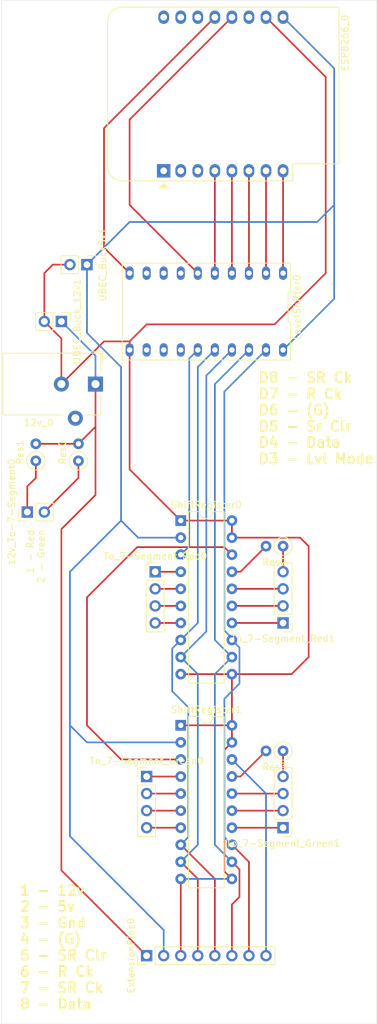
<source format=kicad_pcb>
(kicad_pcb (version 20171130) (host pcbnew "(5.1.10)-1")

  (general
    (thickness 1.6)
    (drawings 7)
    (tracks 146)
    (zones 0)
    (modules 17)
    (nets 51)
  )

  (page A4)
  (layers
    (0 F.Cu signal)
    (31 B.Cu signal)
    (32 B.Adhes user)
    (33 F.Adhes user)
    (34 B.Paste user)
    (35 F.Paste user hide)
    (36 B.SilkS user)
    (37 F.SilkS user)
    (38 B.Mask user)
    (39 F.Mask user)
    (40 Dwgs.User user)
    (41 Cmts.User user)
    (42 Eco1.User user)
    (43 Eco2.User user)
    (44 Edge.Cuts user)
    (45 Margin user)
    (46 B.CrtYd user)
    (47 F.CrtYd user)
    (48 B.Fab user)
    (49 F.Fab user)
  )

  (setup
    (last_trace_width 0.25)
    (trace_clearance 0.2)
    (zone_clearance 0.508)
    (zone_45_only no)
    (trace_min 0.2)
    (via_size 0.8)
    (via_drill 0.4)
    (via_min_size 0.4)
    (via_min_drill 0.3)
    (uvia_size 0.3)
    (uvia_drill 0.1)
    (uvias_allowed no)
    (uvia_min_size 0.2)
    (uvia_min_drill 0.1)
    (edge_width 0.05)
    (segment_width 0.2)
    (pcb_text_width 0.3)
    (pcb_text_size 1.5 1.5)
    (mod_edge_width 0.12)
    (mod_text_size 1 1)
    (mod_text_width 0.15)
    (pad_size 2.25 2.25)
    (pad_drill 1.2)
    (pad_to_mask_clearance 0)
    (aux_axis_origin 0 0)
    (visible_elements 7FFFFFFF)
    (pcbplotparams
      (layerselection 0x010fc_ffffffff)
      (usegerberextensions false)
      (usegerberattributes true)
      (usegerberadvancedattributes true)
      (creategerberjobfile true)
      (excludeedgelayer true)
      (linewidth 0.100000)
      (plotframeref false)
      (viasonmask false)
      (mode 1)
      (useauxorigin false)
      (hpglpennumber 1)
      (hpglpenspeed 20)
      (hpglpendiameter 15.000000)
      (psnegative false)
      (psa4output false)
      (plotreference true)
      (plotvalue true)
      (plotinvisibletext false)
      (padsonsilk false)
      (subtractmaskfromsilk false)
      (outputformat 1)
      (mirror false)
      (drillshape 0)
      (scaleselection 1)
      (outputdirectory "./"))
  )

  (net 0 "")
  (net 1 "Net-(Res2-Pad2)")
  (net 2 "Net-(Res2-Pad1)")
  (net 3 "Net-(ShiftRegister1-Pad7)")
  (net 4 "Net-(ShiftRegister1-Pad16)")
  (net 5 "Net-(ShiftRegister1-Pad6)")
  (net 6 "Net-(ShiftRegister1-Pad15)")
  (net 7 "Net-(ShiftRegister1-Pad5)")
  (net 8 "Net-(ShiftRegister1-Pad14)")
  (net 9 "Net-(ShiftRegister1-Pad4)")
  (net 10 "Net-(12v_0-Pad2)")
  (net 11 "Net-(12v_0-Pad1)")
  (net 12 "Net-(ESP8266_0-Pad16)")
  (net 13 "Net-(ESP8266_0-Pad15)")
  (net 14 "Net-(ESP8266_0-Pad14)")
  (net 15 "Net-(ESP8266_0-Pad13)")
  (net 16 "Net-(ESP8266_0-Pad12)")
  (net 17 "Net-(ESP8266_0-Pad11)")
  (net 18 "Net-(ESP8266_0-Pad9)")
  (net 19 "Net-(ESP8266_0-Pad8)")
  (net 20 "Net-(ESP8266_0-Pad7)")
  (net 21 "Net-(ESP8266_0-Pad6)")
  (net 22 "Net-(ESP8266_0-Pad5)")
  (net 23 "Net-(ESP8266_0-Pad4)")
  (net 24 "Net-(ESP8266_0-Pad3)")
  (net 25 "Net-(ESP8266_0-Pad1)")
  (net 26 "Net-(ESP8266_0-Pad2)")
  (net 27 "Net-(ExtensionPins0-Pad8)")
  (net 28 "Net-(ExtensionPins0-Pad7)")
  (net 29 "Net-(ExtensionPins0-Pad6)")
  (net 30 "Net-(ExtensionPins0-Pad5)")
  (net 31 "Net-(ExtensionPins0-Pad4)")
  (net 32 "Net-(LevelShifter0-Pad12)")
  (net 33 "Net-(LevelShifter0-Pad13)")
  (net 34 "Net-(LevelShifter0-Pad14)")
  (net 35 "Net-(LevelShifter0-Pad9)")
  (net 36 "Net-(LevelShifter0-Pad8)")
  (net 37 "Net-(LevelShifter0-Pad7)")
  (net 38 "Net-(ShiftRegister0-Pad18)")
  (net 39 "Net-(ShiftRegister0-Pad7)")
  (net 40 "Net-(ShiftRegister0-Pad16)")
  (net 41 "Net-(ShiftRegister0-Pad6)")
  (net 42 "Net-(ShiftRegister0-Pad15)")
  (net 43 "Net-(ShiftRegister0-Pad5)")
  (net 44 "Net-(ShiftRegister0-Pad14)")
  (net 45 "Net-(ShiftRegister0-Pad4)")
  (net 46 "Net-(LevelShifter0-Pad15)")
  (net 47 "Net-(Res3-Pad2)")
  (net 48 "Net-(Res3-Pad1)")
  (net 49 "Net-(12v_To-7-Segment0-Pad2)")
  (net 50 "Net-(12v_To-7-Segment0-Pad1)")

  (net_class Default "This is the default net class."
    (clearance 0.2)
    (trace_width 0.25)
    (via_dia 0.8)
    (via_drill 0.4)
    (uvia_dia 0.3)
    (uvia_drill 0.1)
    (add_net "Net-(12v_0-Pad1)")
    (add_net "Net-(12v_0-Pad2)")
    (add_net "Net-(12v_To-7-Segment0-Pad1)")
    (add_net "Net-(12v_To-7-Segment0-Pad2)")
    (add_net "Net-(ESP8266_0-Pad1)")
    (add_net "Net-(ESP8266_0-Pad11)")
    (add_net "Net-(ESP8266_0-Pad12)")
    (add_net "Net-(ESP8266_0-Pad13)")
    (add_net "Net-(ESP8266_0-Pad14)")
    (add_net "Net-(ESP8266_0-Pad15)")
    (add_net "Net-(ESP8266_0-Pad16)")
    (add_net "Net-(ESP8266_0-Pad2)")
    (add_net "Net-(ESP8266_0-Pad3)")
    (add_net "Net-(ESP8266_0-Pad4)")
    (add_net "Net-(ESP8266_0-Pad5)")
    (add_net "Net-(ESP8266_0-Pad6)")
    (add_net "Net-(ESP8266_0-Pad7)")
    (add_net "Net-(ESP8266_0-Pad8)")
    (add_net "Net-(ESP8266_0-Pad9)")
    (add_net "Net-(ExtensionPins0-Pad4)")
    (add_net "Net-(ExtensionPins0-Pad5)")
    (add_net "Net-(ExtensionPins0-Pad6)")
    (add_net "Net-(ExtensionPins0-Pad7)")
    (add_net "Net-(ExtensionPins0-Pad8)")
    (add_net "Net-(LevelShifter0-Pad12)")
    (add_net "Net-(LevelShifter0-Pad13)")
    (add_net "Net-(LevelShifter0-Pad14)")
    (add_net "Net-(LevelShifter0-Pad15)")
    (add_net "Net-(LevelShifter0-Pad7)")
    (add_net "Net-(LevelShifter0-Pad8)")
    (add_net "Net-(LevelShifter0-Pad9)")
    (add_net "Net-(Res2-Pad1)")
    (add_net "Net-(Res2-Pad2)")
    (add_net "Net-(Res3-Pad1)")
    (add_net "Net-(Res3-Pad2)")
    (add_net "Net-(ShiftRegister0-Pad14)")
    (add_net "Net-(ShiftRegister0-Pad15)")
    (add_net "Net-(ShiftRegister0-Pad16)")
    (add_net "Net-(ShiftRegister0-Pad18)")
    (add_net "Net-(ShiftRegister0-Pad4)")
    (add_net "Net-(ShiftRegister0-Pad5)")
    (add_net "Net-(ShiftRegister0-Pad6)")
    (add_net "Net-(ShiftRegister0-Pad7)")
    (add_net "Net-(ShiftRegister1-Pad14)")
    (add_net "Net-(ShiftRegister1-Pad15)")
    (add_net "Net-(ShiftRegister1-Pad16)")
    (add_net "Net-(ShiftRegister1-Pad4)")
    (add_net "Net-(ShiftRegister1-Pad5)")
    (add_net "Net-(ShiftRegister1-Pad6)")
    (add_net "Net-(ShiftRegister1-Pad7)")
  )

  (module Connector_PinHeader_2.54mm:PinHeader_1x02_P2.54mm_Vertical (layer F.Cu) (tedit 59FED5CC) (tstamp 614FA030)
    (at 110.49 73.23 270)
    (descr "Through hole straight pin header, 1x02, 2.54mm pitch, single row")
    (tags "Through hole pin header THT 1x02 2.54mm single row")
    (path /6152A779)
    (fp_text reference UBEC_Buck_12v1 (at 0 -2.33 90) (layer F.SilkS)
      (effects (font (size 1 1) (thickness 0.15)))
    )
    (fp_text value Conn_01x02_Male (at 0 4.87 90) (layer F.Fab)
      (effects (font (size 1 1) (thickness 0.15)))
    )
    (fp_text user %R (at 0 1.27) (layer F.Fab)
      (effects (font (size 1 1) (thickness 0.15)))
    )
    (fp_line (start -0.635 -1.27) (end 1.27 -1.27) (layer F.Fab) (width 0.1))
    (fp_line (start 1.27 -1.27) (end 1.27 3.81) (layer F.Fab) (width 0.1))
    (fp_line (start 1.27 3.81) (end -1.27 3.81) (layer F.Fab) (width 0.1))
    (fp_line (start -1.27 3.81) (end -1.27 -0.635) (layer F.Fab) (width 0.1))
    (fp_line (start -1.27 -0.635) (end -0.635 -1.27) (layer F.Fab) (width 0.1))
    (fp_line (start -1.33 3.87) (end 1.33 3.87) (layer F.SilkS) (width 0.12))
    (fp_line (start -1.33 1.27) (end -1.33 3.87) (layer F.SilkS) (width 0.12))
    (fp_line (start 1.33 1.27) (end 1.33 3.87) (layer F.SilkS) (width 0.12))
    (fp_line (start -1.33 1.27) (end 1.33 1.27) (layer F.SilkS) (width 0.12))
    (fp_line (start -1.33 0) (end -1.33 -1.33) (layer F.SilkS) (width 0.12))
    (fp_line (start -1.33 -1.33) (end 0 -1.33) (layer F.SilkS) (width 0.12))
    (fp_line (start -1.8 -1.8) (end -1.8 4.35) (layer F.CrtYd) (width 0.05))
    (fp_line (start -1.8 4.35) (end 1.8 4.35) (layer F.CrtYd) (width 0.05))
    (fp_line (start 1.8 4.35) (end 1.8 -1.8) (layer F.CrtYd) (width 0.05))
    (fp_line (start 1.8 -1.8) (end -1.8 -1.8) (layer F.CrtYd) (width 0.05))
    (pad 2 thru_hole oval (at 0 2.54 270) (size 1.7 1.7) (drill 1) (layers *.Cu *.Mask)
      (net 10 "Net-(12v_0-Pad2)"))
    (pad 1 thru_hole rect (at 0 0 270) (size 1.7 1.7) (drill 1) (layers *.Cu *.Mask)
      (net 11 "Net-(12v_0-Pad1)"))
    (model ${KISYS3DMOD}/Connector_PinHeader_2.54mm.3dshapes/PinHeader_1x02_P2.54mm_Vertical.wrl
      (at (xyz 0 0 0))
      (scale (xyz 1 1 1))
      (rotate (xyz 0 0 0))
    )
  )

  (module Connector_PinHeader_2.54mm:PinHeader_1x02_P2.54mm_Vertical (layer F.Cu) (tedit 59FED5CC) (tstamp 614FA01A)
    (at 114.3 64.77 270)
    (descr "Through hole straight pin header, 1x02, 2.54mm pitch, single row")
    (tags "Through hole pin header THT 1x02 2.54mm single row")
    (path /6152BE43)
    (fp_text reference UBEC_Buck5v1 (at 0 -2.33 90) (layer F.SilkS)
      (effects (font (size 1 1) (thickness 0.15)))
    )
    (fp_text value Conn_01x02_Male (at 0 4.87 90) (layer F.Fab)
      (effects (font (size 1 1) (thickness 0.15)))
    )
    (fp_text user %R (at 0 1.27) (layer F.Fab)
      (effects (font (size 1 1) (thickness 0.15)))
    )
    (fp_line (start -0.635 -1.27) (end 1.27 -1.27) (layer F.Fab) (width 0.1))
    (fp_line (start 1.27 -1.27) (end 1.27 3.81) (layer F.Fab) (width 0.1))
    (fp_line (start 1.27 3.81) (end -1.27 3.81) (layer F.Fab) (width 0.1))
    (fp_line (start -1.27 3.81) (end -1.27 -0.635) (layer F.Fab) (width 0.1))
    (fp_line (start -1.27 -0.635) (end -0.635 -1.27) (layer F.Fab) (width 0.1))
    (fp_line (start -1.33 3.87) (end 1.33 3.87) (layer F.SilkS) (width 0.12))
    (fp_line (start -1.33 1.27) (end -1.33 3.87) (layer F.SilkS) (width 0.12))
    (fp_line (start 1.33 1.27) (end 1.33 3.87) (layer F.SilkS) (width 0.12))
    (fp_line (start -1.33 1.27) (end 1.33 1.27) (layer F.SilkS) (width 0.12))
    (fp_line (start -1.33 0) (end -1.33 -1.33) (layer F.SilkS) (width 0.12))
    (fp_line (start -1.33 -1.33) (end 0 -1.33) (layer F.SilkS) (width 0.12))
    (fp_line (start -1.8 -1.8) (end -1.8 4.35) (layer F.CrtYd) (width 0.05))
    (fp_line (start -1.8 4.35) (end 1.8 4.35) (layer F.CrtYd) (width 0.05))
    (fp_line (start 1.8 4.35) (end 1.8 -1.8) (layer F.CrtYd) (width 0.05))
    (fp_line (start 1.8 -1.8) (end -1.8 -1.8) (layer F.CrtYd) (width 0.05))
    (pad 2 thru_hole oval (at 0 2.54 270) (size 1.7 1.7) (drill 1) (layers *.Cu *.Mask)
      (net 10 "Net-(12v_0-Pad2)"))
    (pad 1 thru_hole rect (at 0 0 270) (size 1.7 1.7) (drill 1) (layers *.Cu *.Mask)
      (net 18 "Net-(ESP8266_0-Pad9)"))
    (model ${KISYS3DMOD}/Connector_PinHeader_2.54mm.3dshapes/PinHeader_1x02_P2.54mm_Vertical.wrl
      (at (xyz 0 0 0))
      (scale (xyz 1 1 1))
      (rotate (xyz 0 0 0))
    )
  )

  (module Connector_CustomPinSocket_2.54mm:DIP-2x20_10.16mm_2.54mm_pitch_Flipped_pins_1-2_19-20 (layer F.Cu) (tedit 61456785) (tstamp 613BDC44)
    (at 132.08 64.77 270)
    (path /613B03BC)
    (fp_text reference LevelShifter0 (at 6.35 -13.53 90) (layer F.SilkS)
      (effects (font (size 1 1) (thickness 0.15)))
    )
    (fp_text value TXS0108EPW (at 6.35 0 180) (layer F.Fab)
      (effects (font (size 1 1) (thickness 0.15)))
    )
    (fp_line (start -0.229999 -12.53) (end -0.23 12.53) (layer F.SilkS) (width 0.12))
    (fp_line (start -0.23 12.53) (end 14.199999 12.53) (layer F.SilkS) (width 0.12))
    (fp_line (start 14.199999 12.53) (end 14.2 -12.53) (layer F.SilkS) (width 0.12))
    (fp_line (start 14.2 -12.53) (end 8.543333 -12.53) (layer F.SilkS) (width 0.12))
    (fp_line (start 8.543333 -12.53) (end 8.543333 -12.17) (layer F.SilkS) (width 0.12))
    (fp_line (start 8.543333 -12.17) (end 4.156667 -12.17) (layer F.SilkS) (width 0.12))
    (fp_line (start 4.156667 -12.17) (end 4.156667 -12.53) (layer F.SilkS) (width 0.12))
    (fp_line (start 4.156667 -12.53) (end -0.229999 -12.53) (layer F.SilkS) (width 0.12))
    (fp_line (start 13.95 -12.28) (end 13.95 12.28) (layer F.CrtYd) (width 0.05))
    (fp_line (start 13.95 12.28) (end 0.02 12.28) (layer F.CrtYd) (width 0.05))
    (fp_line (start 0.02 12.28) (end 0.02 -12.28) (layer F.CrtYd) (width 0.05))
    (fp_line (start 0.02 -12.28) (end 13.97 -12.28) (layer F.CrtYd) (width 0.05))
    (pad 10 thru_hole oval (at 1.27 11.43 180) (size 1.2 2) (drill 0.8) (layers *.Cu *.Mask)
      (net 15 "Net-(ESP8266_0-Pad13)"))
    (pad 11 thru_hole oval (at 12.7 11.43 180) (size 1.2 2) (drill 0.8) (layers *.Cu *.Mask)
      (net 10 "Net-(12v_0-Pad2)"))
    (pad 9 thru_hole oval (at 1.27 8.89 180) (size 1.2 2) (drill 0.8) (layers *.Cu *.Mask)
      (net 35 "Net-(LevelShifter0-Pad9)"))
    (pad 12 thru_hole oval (at 12.7 8.89 180) (size 1.2 2) (drill 0.8) (layers *.Cu *.Mask)
      (net 32 "Net-(LevelShifter0-Pad12)"))
    (pad 8 thru_hole oval (at 1.27 6.35 180) (size 1.2 2) (drill 0.8) (layers *.Cu *.Mask)
      (net 36 "Net-(LevelShifter0-Pad8)"))
    (pad 13 thru_hole oval (at 12.7 6.35 180) (size 1.2 2) (drill 0.8) (layers *.Cu *.Mask)
      (net 33 "Net-(LevelShifter0-Pad13)"))
    (pad 7 thru_hole oval (at 1.27 3.81 180) (size 1.2 2) (drill 0.8) (layers *.Cu *.Mask)
      (net 37 "Net-(LevelShifter0-Pad7)"))
    (pad 14 thru_hole oval (at 12.7 3.81 180) (size 1.2 2) (drill 0.8) (layers *.Cu *.Mask)
      (net 34 "Net-(LevelShifter0-Pad14)"))
    (pad 6 thru_hole oval (at 1.27 1.27 180) (size 1.2 2) (drill 0.8) (layers *.Cu *.Mask)
      (net 16 "Net-(ESP8266_0-Pad12)"))
    (pad 15 thru_hole oval (at 12.7 1.27 180) (size 1.2 2) (drill 0.8) (layers *.Cu *.Mask)
      (net 46 "Net-(LevelShifter0-Pad15)"))
    (pad 5 thru_hole oval (at 1.27 -1.27 180) (size 1.2 2) (drill 0.8) (layers *.Cu *.Mask)
      (net 23 "Net-(ESP8266_0-Pad4)"))
    (pad 16 thru_hole oval (at 12.7 -1.27 180) (size 1.2 2) (drill 0.8) (layers *.Cu *.Mask)
      (net 30 "Net-(ExtensionPins0-Pad5)"))
    (pad 4 thru_hole oval (at 1.27 -3.81 180) (size 1.2 2) (drill 0.8) (layers *.Cu *.Mask)
      (net 22 "Net-(ESP8266_0-Pad5)"))
    (pad 17 thru_hole oval (at 12.7 -3.81 180) (size 1.2 2) (drill 0.8) (layers *.Cu *.Mask)
      (net 31 "Net-(ExtensionPins0-Pad4)"))
    (pad 3 thru_hole oval (at 1.27 -6.35 180) (size 1.2 2) (drill 0.8) (layers *.Cu *.Mask)
      (net 21 "Net-(ESP8266_0-Pad6)"))
    (pad 18 thru_hole oval (at 12.7 -6.35 180) (size 1.2 2) (drill 0.8) (layers *.Cu *.Mask)
      (net 29 "Net-(ExtensionPins0-Pad6)"))
    (pad 1 thru_hole oval (at 1.27 -8.89 180) (size 1.2 2) (drill 0.8) (layers *.Cu *.Mask)
      (net 20 "Net-(ESP8266_0-Pad7)"))
    (pad 20 thru_hole oval (at 12.7 -8.89 180) (size 1.2 2) (drill 0.8) (layers *.Cu *.Mask)
      (net 28 "Net-(ExtensionPins0-Pad7)"))
    (pad 2 thru_hole oval (at 1.27 -11.43 180) (size 1.2 2) (drill 0.8) (layers *.Cu *.Mask)
      (net 19 "Net-(ESP8266_0-Pad8)"))
    (pad 19 thru_hole oval (at 12.7 -11.43 180) (size 1.2 2) (drill 0.8) (layers *.Cu *.Mask)
      (net 18 "Net-(ESP8266_0-Pad9)"))
  )

  (module Connector_PinHeader_2.54mm:PinHeader_1x02_P2.54mm_Vertical (layer F.Cu) (tedit 59FED5CC) (tstamp 613EAAE9)
    (at 105.41 101.6 90)
    (descr "Through hole straight pin header, 1x02, 2.54mm pitch, single row")
    (tags "Through hole pin header THT 1x02 2.54mm single row")
    (path /6143211F)
    (fp_text reference 12v_To-7-Segment0 (at 0 -2.33 90) (layer F.SilkS)
      (effects (font (size 1 1) (thickness 0.15)))
    )
    (fp_text value Conn_01x02_Male (at 0 4.87 90) (layer F.Fab)
      (effects (font (size 1 1) (thickness 0.15)))
    )
    (fp_line (start -0.635 -1.27) (end 1.27 -1.27) (layer F.Fab) (width 0.1))
    (fp_line (start 1.27 -1.27) (end 1.27 3.81) (layer F.Fab) (width 0.1))
    (fp_line (start 1.27 3.81) (end -1.27 3.81) (layer F.Fab) (width 0.1))
    (fp_line (start -1.27 3.81) (end -1.27 -0.635) (layer F.Fab) (width 0.1))
    (fp_line (start -1.27 -0.635) (end -0.635 -1.27) (layer F.Fab) (width 0.1))
    (fp_line (start -1.33 3.87) (end 1.33 3.87) (layer F.SilkS) (width 0.12))
    (fp_line (start -1.33 1.27) (end -1.33 3.87) (layer F.SilkS) (width 0.12))
    (fp_line (start 1.33 1.27) (end 1.33 3.87) (layer F.SilkS) (width 0.12))
    (fp_line (start -1.33 1.27) (end 1.33 1.27) (layer F.SilkS) (width 0.12))
    (fp_line (start -1.33 0) (end -1.33 -1.33) (layer F.SilkS) (width 0.12))
    (fp_line (start -1.33 -1.33) (end 0 -1.33) (layer F.SilkS) (width 0.12))
    (fp_line (start -1.8 -1.8) (end -1.8 4.35) (layer F.CrtYd) (width 0.05))
    (fp_line (start -1.8 4.35) (end 1.8 4.35) (layer F.CrtYd) (width 0.05))
    (fp_line (start 1.8 4.35) (end 1.8 -1.8) (layer F.CrtYd) (width 0.05))
    (fp_line (start 1.8 -1.8) (end -1.8 -1.8) (layer F.CrtYd) (width 0.05))
    (pad 2 thru_hole oval (at 0 2.54 90) (size 1.7 1.7) (drill 1) (layers *.Cu *.Mask)
      (net 49 "Net-(12v_To-7-Segment0-Pad2)"))
    (pad 1 thru_hole rect (at 0 0 90) (size 1.7 1.7) (drill 1) (layers *.Cu *.Mask)
      (net 50 "Net-(12v_To-7-Segment0-Pad1)"))
    (model ${KISYS3DMOD}/Connector_PinHeader_2.54mm.3dshapes/PinHeader_1x02_P2.54mm_Vertical.wrl
      (at (xyz 0 0 0))
      (scale (xyz 1 1 1))
      (rotate (xyz 0 0 0))
    )
  )

  (module Resistor_THT:R_Axial_DIN0207_L6.3mm_D2.5mm_P2.54mm_Vertical (layer F.Cu) (tedit 5AE5139B) (tstamp 613EA190)
    (at 106.68 93.98 90)
    (descr "Resistor, Axial_DIN0207 series, Axial, Vertical, pin pitch=2.54mm, 0.25W = 1/4W, length*diameter=6.3*2.5mm^2, http://cdn-reichelt.de/documents/datenblatt/B400/1_4W%23YAG.pdf")
    (tags "Resistor Axial_DIN0207 series Axial Vertical pin pitch 2.54mm 0.25W = 1/4W length 6.3mm diameter 2.5mm")
    (path /6140FFC3)
    (fp_text reference Res1 (at 1.27 -2.37 90) (layer F.SilkS)
      (effects (font (size 1 1) (thickness 0.15)))
    )
    (fp_text value "470 Ohm" (at 1.27 2.37 90) (layer F.Fab)
      (effects (font (size 1 1) (thickness 0.15)))
    )
    (fp_circle (center 0 0) (end 1.25 0) (layer F.Fab) (width 0.1))
    (fp_circle (center 0 0) (end 1.37 0) (layer F.SilkS) (width 0.12))
    (fp_line (start 0 0) (end 2.54 0) (layer F.Fab) (width 0.1))
    (fp_line (start 1.37 0) (end 1.44 0) (layer F.SilkS) (width 0.12))
    (fp_line (start -1.5 -1.5) (end -1.5 1.5) (layer F.CrtYd) (width 0.05))
    (fp_line (start -1.5 1.5) (end 3.59 1.5) (layer F.CrtYd) (width 0.05))
    (fp_line (start 3.59 1.5) (end 3.59 -1.5) (layer F.CrtYd) (width 0.05))
    (fp_line (start 3.59 -1.5) (end -1.5 -1.5) (layer F.CrtYd) (width 0.05))
    (fp_text user %R (at 1.27 -2.37 90) (layer F.Fab)
      (effects (font (size 1 1) (thickness 0.15)))
    )
    (pad 2 thru_hole oval (at 2.54 0 90) (size 1.6 1.6) (drill 0.8) (layers *.Cu *.Mask)
      (net 11 "Net-(12v_0-Pad1)"))
    (pad 1 thru_hole circle (at 0 0 90) (size 1.6 1.6) (drill 0.8) (layers *.Cu *.Mask)
      (net 50 "Net-(12v_To-7-Segment0-Pad1)"))
    (model ${KISYS3DMOD}/Resistor_THT.3dshapes/R_Axial_DIN0207_L6.3mm_D2.5mm_P2.54mm_Vertical.wrl
      (at (xyz 0 0 0))
      (scale (xyz 1 1 1))
      (rotate (xyz 0 0 0))
    )
  )

  (module Connector_CustomPinSocket_2.54mm:BarrelJack_SmallGeneric_Horizontal (layer F.Cu) (tedit 614F71F1) (tstamp 613BDBB2)
    (at 115.57 82.55 270)
    (descr "Thin-pin DC Barrel Jack, https://cdn-shop.adafruit.com/datasheets/21mmdcjackDatasheet.pdf")
    (tags "Power Jack")
    (path /613BF9A9)
    (fp_text reference 12v_0 (at 5.75 8.45) (layer F.SilkS)
      (effects (font (size 1 1) (thickness 0.15)))
    )
    (fp_text value Barrel_Jack (at -5.5 6.2) (layer F.Fab)
      (effects (font (size 1 1) (thickness 0.15)))
    )
    (fp_line (start 1.8 -1.8) (end 1.8 -1.2) (layer F.CrtYd) (width 0.05))
    (fp_line (start 1.8 -1.2) (end 5 -1.2) (layer F.CrtYd) (width 0.05))
    (fp_line (start 5 -1.2) (end 5 1.2) (layer F.CrtYd) (width 0.05))
    (fp_line (start 5 1.2) (end 6.5 1.2) (layer F.CrtYd) (width 0.05))
    (fp_line (start 6.5 1.2) (end 6.5 4.8) (layer F.CrtYd) (width 0.05))
    (fp_line (start 6.5 4.8) (end 5 4.8) (layer F.CrtYd) (width 0.05))
    (fp_line (start 5 4.8) (end 5 14.2) (layer F.CrtYd) (width 0.05))
    (fp_line (start 5 14.2) (end -5 14.2) (layer F.CrtYd) (width 0.05))
    (fp_line (start -5 14.2) (end -5 -1.2) (layer F.CrtYd) (width 0.05))
    (fp_line (start -5 -1.2) (end -1.8 -1.2) (layer F.CrtYd) (width 0.05))
    (fp_line (start -1.8 -1.2) (end -1.8 -1.8) (layer F.CrtYd) (width 0.05))
    (fp_line (start -1.8 -1.8) (end 1.8 -1.8) (layer F.CrtYd) (width 0.05))
    (fp_line (start 4.6 4.8) (end 4.6 13.8) (layer F.SilkS) (width 0.12))
    (fp_line (start 4.6 13.8) (end -4.6 13.8) (layer F.SilkS) (width 0.12))
    (fp_line (start -4.6 13.8) (end -4.6 -0.8) (layer F.SilkS) (width 0.12))
    (fp_line (start -4.6 -0.8) (end -1.8 -0.8) (layer F.SilkS) (width 0.12))
    (fp_line (start 1.8 -0.8) (end 4.6 -0.8) (layer F.SilkS) (width 0.12))
    (fp_line (start 4.6 -0.8) (end 4.6 1.2) (layer F.SilkS) (width 0.12))
    (fp_line (start -4.84 0.7) (end -4.84 -1.04) (layer F.SilkS) (width 0.12))
    (fp_line (start -4.84 -1.04) (end -3.1 -1.04) (layer F.SilkS) (width 0.12))
    (fp_line (start 4.5 -0.7) (end 4.5 13.7) (layer F.Fab) (width 0.1))
    (fp_line (start 4.5 13.7) (end -4.5 13.7) (layer F.Fab) (width 0.1))
    (fp_line (start -4.5 13.7) (end -4.5 0.3) (layer F.Fab) (width 0.1))
    (fp_line (start -4.5 0.3) (end -3.5 -0.7) (layer F.Fab) (width 0.1))
    (fp_line (start -3.5 -0.7) (end 4.5 -0.7) (layer F.Fab) (width 0.1))
    (fp_line (start -4.5 10.2) (end 4.5 10.2) (layer F.Fab) (width 0.1))
    (fp_text user %R (at 0 6.5 90) (layer F.Fab)
      (effects (font (size 1 1) (thickness 0.15)))
    )
    (pad 3 thru_hole circle (at 5.08 3 270) (size 2.25 2.25) (drill 1.2) (layers *.Cu *.Mask))
    (pad 2 thru_hole circle (at 0 5.08 270) (size 2.25 2.25) (drill 1.2) (layers *.Cu *.Mask)
      (net 10 "Net-(12v_0-Pad2)"))
    (pad 1 thru_hole rect (at 0 0 270) (size 2.25 2.25) (drill 1.2) (layers *.Cu *.Mask)
      (net 11 "Net-(12v_0-Pad1)"))
    (model ${KISYS3DMOD}/Connector_BarrelJack.3dshapes/BarrelJack_CUI_PJ-102AH_Horizontal.wrl
      (at (xyz 0 0 0))
      (scale (xyz 1 1 1))
      (rotate (xyz 0 0 0))
    )
  )

  (module Connector_PinHeader_2.54mm:PinHeader_1x04_P2.54mm_Vertical (layer F.Cu) (tedit 59FED5CC) (tstamp 613C5427)
    (at 143.51 118.11 180)
    (descr "Through hole straight pin header, 1x04, 2.54mm pitch, single row")
    (tags "Through hole pin header THT 1x04 2.54mm single row")
    (path /6167FA66)
    (fp_text reference To_7-Segment_Red1 (at 0 -2.33) (layer F.SilkS)
      (effects (font (size 1 1) (thickness 0.15)))
    )
    (fp_text value Conn_01x04_Male (at 0 9.95) (layer F.Fab)
      (effects (font (size 1 1) (thickness 0.15)))
    )
    (fp_line (start -0.635 -1.27) (end 1.27 -1.27) (layer F.Fab) (width 0.1))
    (fp_line (start 1.27 -1.27) (end 1.27 8.89) (layer F.Fab) (width 0.1))
    (fp_line (start 1.27 8.89) (end -1.27 8.89) (layer F.Fab) (width 0.1))
    (fp_line (start -1.27 8.89) (end -1.27 -0.635) (layer F.Fab) (width 0.1))
    (fp_line (start -1.27 -0.635) (end -0.635 -1.27) (layer F.Fab) (width 0.1))
    (fp_line (start -1.33 8.95) (end 1.33 8.95) (layer F.SilkS) (width 0.12))
    (fp_line (start -1.33 1.27) (end -1.33 8.95) (layer F.SilkS) (width 0.12))
    (fp_line (start 1.33 1.27) (end 1.33 8.95) (layer F.SilkS) (width 0.12))
    (fp_line (start -1.33 1.27) (end 1.33 1.27) (layer F.SilkS) (width 0.12))
    (fp_line (start -1.33 0) (end -1.33 -1.33) (layer F.SilkS) (width 0.12))
    (fp_line (start -1.33 -1.33) (end 0 -1.33) (layer F.SilkS) (width 0.12))
    (fp_line (start -1.8 -1.8) (end -1.8 9.4) (layer F.CrtYd) (width 0.05))
    (fp_line (start -1.8 9.4) (end 1.8 9.4) (layer F.CrtYd) (width 0.05))
    (fp_line (start 1.8 9.4) (end 1.8 -1.8) (layer F.CrtYd) (width 0.05))
    (fp_line (start 1.8 -1.8) (end -1.8 -1.8) (layer F.CrtYd) (width 0.05))
    (fp_text user %R (at 0 3.81 90) (layer F.Fab)
      (effects (font (size 1 1) (thickness 0.15)))
    )
    (pad 4 thru_hole oval (at 0 7.62 180) (size 1.7 1.7) (drill 1) (layers *.Cu *.Mask)
      (net 2 "Net-(Res2-Pad1)"))
    (pad 3 thru_hole oval (at 0 5.08 180) (size 1.7 1.7) (drill 1) (layers *.Cu *.Mask)
      (net 40 "Net-(ShiftRegister0-Pad16)"))
    (pad 2 thru_hole oval (at 0 2.54 180) (size 1.7 1.7) (drill 1) (layers *.Cu *.Mask)
      (net 42 "Net-(ShiftRegister0-Pad15)"))
    (pad 1 thru_hole rect (at 0 0 180) (size 1.7 1.7) (drill 1) (layers *.Cu *.Mask)
      (net 44 "Net-(ShiftRegister0-Pad14)"))
    (model ${KISYS3DMOD}/Connector_PinHeader_2.54mm.3dshapes/PinHeader_1x04_P2.54mm_Vertical.wrl
      (at (xyz 0 0 0))
      (scale (xyz 1 1 1))
      (rotate (xyz 0 0 0))
    )
  )

  (module Connector_PinHeader_2.54mm:PinHeader_1x04_P2.54mm_Vertical (layer F.Cu) (tedit 59FED5CC) (tstamp 613C540F)
    (at 124.46 110.49)
    (descr "Through hole straight pin header, 1x04, 2.54mm pitch, single row")
    (tags "Through hole pin header THT 1x04 2.54mm single row")
    (path /6167C93C)
    (fp_text reference To_7-Segment_Red0 (at 0 -2.33) (layer F.SilkS)
      (effects (font (size 1 1) (thickness 0.15)))
    )
    (fp_text value Conn_01x04_Male (at 0 9.95) (layer F.Fab)
      (effects (font (size 1 1) (thickness 0.15)))
    )
    (fp_line (start -0.635 -1.27) (end 1.27 -1.27) (layer F.Fab) (width 0.1))
    (fp_line (start 1.27 -1.27) (end 1.27 8.89) (layer F.Fab) (width 0.1))
    (fp_line (start 1.27 8.89) (end -1.27 8.89) (layer F.Fab) (width 0.1))
    (fp_line (start -1.27 8.89) (end -1.27 -0.635) (layer F.Fab) (width 0.1))
    (fp_line (start -1.27 -0.635) (end -0.635 -1.27) (layer F.Fab) (width 0.1))
    (fp_line (start -1.33 8.95) (end 1.33 8.95) (layer F.SilkS) (width 0.12))
    (fp_line (start -1.33 1.27) (end -1.33 8.95) (layer F.SilkS) (width 0.12))
    (fp_line (start 1.33 1.27) (end 1.33 8.95) (layer F.SilkS) (width 0.12))
    (fp_line (start -1.33 1.27) (end 1.33 1.27) (layer F.SilkS) (width 0.12))
    (fp_line (start -1.33 0) (end -1.33 -1.33) (layer F.SilkS) (width 0.12))
    (fp_line (start -1.33 -1.33) (end 0 -1.33) (layer F.SilkS) (width 0.12))
    (fp_line (start -1.8 -1.8) (end -1.8 9.4) (layer F.CrtYd) (width 0.05))
    (fp_line (start -1.8 9.4) (end 1.8 9.4) (layer F.CrtYd) (width 0.05))
    (fp_line (start 1.8 9.4) (end 1.8 -1.8) (layer F.CrtYd) (width 0.05))
    (fp_line (start 1.8 -1.8) (end -1.8 -1.8) (layer F.CrtYd) (width 0.05))
    (fp_text user %R (at 0 3.81 90) (layer F.Fab)
      (effects (font (size 1 1) (thickness 0.15)))
    )
    (pad 4 thru_hole oval (at 0 7.62) (size 1.7 1.7) (drill 1) (layers *.Cu *.Mask)
      (net 39 "Net-(ShiftRegister0-Pad7)"))
    (pad 3 thru_hole oval (at 0 5.08) (size 1.7 1.7) (drill 1) (layers *.Cu *.Mask)
      (net 41 "Net-(ShiftRegister0-Pad6)"))
    (pad 2 thru_hole oval (at 0 2.54) (size 1.7 1.7) (drill 1) (layers *.Cu *.Mask)
      (net 43 "Net-(ShiftRegister0-Pad5)"))
    (pad 1 thru_hole rect (at 0 0) (size 1.7 1.7) (drill 1) (layers *.Cu *.Mask)
      (net 45 "Net-(ShiftRegister0-Pad4)"))
    (model ${KISYS3DMOD}/Connector_PinHeader_2.54mm.3dshapes/PinHeader_1x04_P2.54mm_Vertical.wrl
      (at (xyz 0 0 0))
      (scale (xyz 1 1 1))
      (rotate (xyz 0 0 0))
    )
  )

  (module Connector_PinHeader_2.54mm:PinHeader_1x04_P2.54mm_Vertical (layer F.Cu) (tedit 59FED5CC) (tstamp 613C53F7)
    (at 143.51 148.59 180)
    (descr "Through hole straight pin header, 1x04, 2.54mm pitch, single row")
    (tags "Through hole pin header THT 1x04 2.54mm single row")
    (path /6167710E)
    (fp_text reference To_7-Segment_Green1 (at 0 -2.33) (layer F.SilkS)
      (effects (font (size 1 1) (thickness 0.15)))
    )
    (fp_text value Conn_01x04_Male (at 0 9.95) (layer F.Fab)
      (effects (font (size 1 1) (thickness 0.15)))
    )
    (fp_line (start -0.635 -1.27) (end 1.27 -1.27) (layer F.Fab) (width 0.1))
    (fp_line (start 1.27 -1.27) (end 1.27 8.89) (layer F.Fab) (width 0.1))
    (fp_line (start 1.27 8.89) (end -1.27 8.89) (layer F.Fab) (width 0.1))
    (fp_line (start -1.27 8.89) (end -1.27 -0.635) (layer F.Fab) (width 0.1))
    (fp_line (start -1.27 -0.635) (end -0.635 -1.27) (layer F.Fab) (width 0.1))
    (fp_line (start -1.33 8.95) (end 1.33 8.95) (layer F.SilkS) (width 0.12))
    (fp_line (start -1.33 1.27) (end -1.33 8.95) (layer F.SilkS) (width 0.12))
    (fp_line (start 1.33 1.27) (end 1.33 8.95) (layer F.SilkS) (width 0.12))
    (fp_line (start -1.33 1.27) (end 1.33 1.27) (layer F.SilkS) (width 0.12))
    (fp_line (start -1.33 0) (end -1.33 -1.33) (layer F.SilkS) (width 0.12))
    (fp_line (start -1.33 -1.33) (end 0 -1.33) (layer F.SilkS) (width 0.12))
    (fp_line (start -1.8 -1.8) (end -1.8 9.4) (layer F.CrtYd) (width 0.05))
    (fp_line (start -1.8 9.4) (end 1.8 9.4) (layer F.CrtYd) (width 0.05))
    (fp_line (start 1.8 9.4) (end 1.8 -1.8) (layer F.CrtYd) (width 0.05))
    (fp_line (start 1.8 -1.8) (end -1.8 -1.8) (layer F.CrtYd) (width 0.05))
    (fp_text user %R (at 0 3.81 90) (layer F.Fab)
      (effects (font (size 1 1) (thickness 0.15)))
    )
    (pad 4 thru_hole oval (at 0 7.62 180) (size 1.7 1.7) (drill 1) (layers *.Cu *.Mask)
      (net 48 "Net-(Res3-Pad1)"))
    (pad 3 thru_hole oval (at 0 5.08 180) (size 1.7 1.7) (drill 1) (layers *.Cu *.Mask)
      (net 4 "Net-(ShiftRegister1-Pad16)"))
    (pad 2 thru_hole oval (at 0 2.54 180) (size 1.7 1.7) (drill 1) (layers *.Cu *.Mask)
      (net 6 "Net-(ShiftRegister1-Pad15)"))
    (pad 1 thru_hole rect (at 0 0 180) (size 1.7 1.7) (drill 1) (layers *.Cu *.Mask)
      (net 8 "Net-(ShiftRegister1-Pad14)"))
    (model ${KISYS3DMOD}/Connector_PinHeader_2.54mm.3dshapes/PinHeader_1x04_P2.54mm_Vertical.wrl
      (at (xyz 0 0 0))
      (scale (xyz 1 1 1))
      (rotate (xyz 0 0 0))
    )
  )

  (module Connector_PinHeader_2.54mm:PinHeader_1x04_P2.54mm_Vertical (layer F.Cu) (tedit 59FED5CC) (tstamp 613C53DF)
    (at 123.19 140.97)
    (descr "Through hole straight pin header, 1x04, 2.54mm pitch, single row")
    (tags "Through hole pin header THT 1x04 2.54mm single row")
    (path /6167A02F)
    (fp_text reference To_7-Segment_Green0 (at 0 -2.33) (layer F.SilkS)
      (effects (font (size 1 1) (thickness 0.15)))
    )
    (fp_text value Conn_01x04_Male (at 0 9.95) (layer F.Fab)
      (effects (font (size 1 1) (thickness 0.15)))
    )
    (fp_line (start -0.635 -1.27) (end 1.27 -1.27) (layer F.Fab) (width 0.1))
    (fp_line (start 1.27 -1.27) (end 1.27 8.89) (layer F.Fab) (width 0.1))
    (fp_line (start 1.27 8.89) (end -1.27 8.89) (layer F.Fab) (width 0.1))
    (fp_line (start -1.27 8.89) (end -1.27 -0.635) (layer F.Fab) (width 0.1))
    (fp_line (start -1.27 -0.635) (end -0.635 -1.27) (layer F.Fab) (width 0.1))
    (fp_line (start -1.33 8.95) (end 1.33 8.95) (layer F.SilkS) (width 0.12))
    (fp_line (start -1.33 1.27) (end -1.33 8.95) (layer F.SilkS) (width 0.12))
    (fp_line (start 1.33 1.27) (end 1.33 8.95) (layer F.SilkS) (width 0.12))
    (fp_line (start -1.33 1.27) (end 1.33 1.27) (layer F.SilkS) (width 0.12))
    (fp_line (start -1.33 0) (end -1.33 -1.33) (layer F.SilkS) (width 0.12))
    (fp_line (start -1.33 -1.33) (end 0 -1.33) (layer F.SilkS) (width 0.12))
    (fp_line (start -1.8 -1.8) (end -1.8 9.4) (layer F.CrtYd) (width 0.05))
    (fp_line (start -1.8 9.4) (end 1.8 9.4) (layer F.CrtYd) (width 0.05))
    (fp_line (start 1.8 9.4) (end 1.8 -1.8) (layer F.CrtYd) (width 0.05))
    (fp_line (start 1.8 -1.8) (end -1.8 -1.8) (layer F.CrtYd) (width 0.05))
    (fp_text user %R (at 0 3.81 90) (layer F.Fab)
      (effects (font (size 1 1) (thickness 0.15)))
    )
    (pad 4 thru_hole oval (at 0 7.62) (size 1.7 1.7) (drill 1) (layers *.Cu *.Mask)
      (net 3 "Net-(ShiftRegister1-Pad7)"))
    (pad 3 thru_hole oval (at 0 5.08) (size 1.7 1.7) (drill 1) (layers *.Cu *.Mask)
      (net 5 "Net-(ShiftRegister1-Pad6)"))
    (pad 2 thru_hole oval (at 0 2.54) (size 1.7 1.7) (drill 1) (layers *.Cu *.Mask)
      (net 7 "Net-(ShiftRegister1-Pad5)"))
    (pad 1 thru_hole rect (at 0 0) (size 1.7 1.7) (drill 1) (layers *.Cu *.Mask)
      (net 9 "Net-(ShiftRegister1-Pad4)"))
    (model ${KISYS3DMOD}/Connector_PinHeader_2.54mm.3dshapes/PinHeader_1x04_P2.54mm_Vertical.wrl
      (at (xyz 0 0 0))
      (scale (xyz 1 1 1))
      (rotate (xyz 0 0 0))
    )
  )

  (module Package_DIP:DIP-20_W7.62mm (layer F.Cu) (tedit 5A02E8C5) (tstamp 613BDCC1)
    (at 128.27 133.35)
    (descr "20-lead though-hole mounted DIP package, row spacing 7.62 mm (300 mils)")
    (tags "THT DIP DIL PDIP 2.54mm 7.62mm 300mil")
    (path /613ABBBB)
    (fp_text reference ShiftRegister1 (at 3.81 -2.33) (layer F.SilkS)
      (effects (font (size 1 1) (thickness 0.15)))
    )
    (fp_text value TPIC6595 (at 3.81 25.19) (layer F.Fab)
      (effects (font (size 1 1) (thickness 0.15)))
    )
    (fp_line (start 1.635 -1.27) (end 6.985 -1.27) (layer F.Fab) (width 0.1))
    (fp_line (start 6.985 -1.27) (end 6.985 24.13) (layer F.Fab) (width 0.1))
    (fp_line (start 6.985 24.13) (end 0.635 24.13) (layer F.Fab) (width 0.1))
    (fp_line (start 0.635 24.13) (end 0.635 -0.27) (layer F.Fab) (width 0.1))
    (fp_line (start 0.635 -0.27) (end 1.635 -1.27) (layer F.Fab) (width 0.1))
    (fp_line (start 2.81 -1.33) (end 1.16 -1.33) (layer F.SilkS) (width 0.12))
    (fp_line (start 1.16 -1.33) (end 1.16 24.19) (layer F.SilkS) (width 0.12))
    (fp_line (start 1.16 24.19) (end 6.46 24.19) (layer F.SilkS) (width 0.12))
    (fp_line (start 6.46 24.19) (end 6.46 -1.33) (layer F.SilkS) (width 0.12))
    (fp_line (start 6.46 -1.33) (end 4.81 -1.33) (layer F.SilkS) (width 0.12))
    (fp_line (start -1.1 -1.55) (end -1.1 24.4) (layer F.CrtYd) (width 0.05))
    (fp_line (start -1.1 24.4) (end 8.7 24.4) (layer F.CrtYd) (width 0.05))
    (fp_line (start 8.7 24.4) (end 8.7 -1.55) (layer F.CrtYd) (width 0.05))
    (fp_line (start 8.7 -1.55) (end -1.1 -1.55) (layer F.CrtYd) (width 0.05))
    (fp_text user %R (at 3.81 11.43) (layer F.Fab)
      (effects (font (size 1 1) (thickness 0.15)))
    )
    (fp_arc (start 3.81 -1.33) (end 2.81 -1.33) (angle -180) (layer F.SilkS) (width 0.12))
    (pad 20 thru_hole oval (at 7.62 0) (size 1.6 1.6) (drill 0.8) (layers *.Cu *.Mask)
      (net 10 "Net-(12v_0-Pad2)"))
    (pad 10 thru_hole oval (at 0 22.86) (size 1.6 1.6) (drill 0.8) (layers *.Cu *.Mask)
      (net 10 "Net-(12v_0-Pad2)"))
    (pad 19 thru_hole oval (at 7.62 2.54) (size 1.6 1.6) (drill 0.8) (layers *.Cu *.Mask)
      (net 10 "Net-(12v_0-Pad2)"))
    (pad 9 thru_hole oval (at 0 20.32) (size 1.6 1.6) (drill 0.8) (layers *.Cu *.Mask)
      (net 31 "Net-(ExtensionPins0-Pad4)"))
    (pad 18 thru_hole oval (at 7.62 5.08) (size 1.6 1.6) (drill 0.8) (layers *.Cu *.Mask)
      (net 27 "Net-(ExtensionPins0-Pad8)"))
    (pad 8 thru_hole oval (at 0 17.78) (size 1.6 1.6) (drill 0.8) (layers *.Cu *.Mask)
      (net 30 "Net-(ExtensionPins0-Pad5)"))
    (pad 17 thru_hole oval (at 7.62 7.62) (size 1.6 1.6) (drill 0.8) (layers *.Cu *.Mask)
      (net 47 "Net-(Res3-Pad2)"))
    (pad 7 thru_hole oval (at 0 15.24) (size 1.6 1.6) (drill 0.8) (layers *.Cu *.Mask)
      (net 3 "Net-(ShiftRegister1-Pad7)"))
    (pad 16 thru_hole oval (at 7.62 10.16) (size 1.6 1.6) (drill 0.8) (layers *.Cu *.Mask)
      (net 4 "Net-(ShiftRegister1-Pad16)"))
    (pad 6 thru_hole oval (at 0 12.7) (size 1.6 1.6) (drill 0.8) (layers *.Cu *.Mask)
      (net 5 "Net-(ShiftRegister1-Pad6)"))
    (pad 15 thru_hole oval (at 7.62 12.7) (size 1.6 1.6) (drill 0.8) (layers *.Cu *.Mask)
      (net 6 "Net-(ShiftRegister1-Pad15)"))
    (pad 5 thru_hole oval (at 0 10.16) (size 1.6 1.6) (drill 0.8) (layers *.Cu *.Mask)
      (net 7 "Net-(ShiftRegister1-Pad5)"))
    (pad 14 thru_hole oval (at 7.62 15.24) (size 1.6 1.6) (drill 0.8) (layers *.Cu *.Mask)
      (net 8 "Net-(ShiftRegister1-Pad14)"))
    (pad 4 thru_hole oval (at 0 7.62) (size 1.6 1.6) (drill 0.8) (layers *.Cu *.Mask)
      (net 9 "Net-(ShiftRegister1-Pad4)"))
    (pad 13 thru_hole oval (at 7.62 17.78) (size 1.6 1.6) (drill 0.8) (layers *.Cu *.Mask)
      (net 28 "Net-(ExtensionPins0-Pad7)"))
    (pad 3 thru_hole oval (at 0 5.08) (size 1.6 1.6) (drill 0.8) (layers *.Cu *.Mask)
      (net 38 "Net-(ShiftRegister0-Pad18)"))
    (pad 12 thru_hole oval (at 7.62 20.32) (size 1.6 1.6) (drill 0.8) (layers *.Cu *.Mask)
      (net 29 "Net-(ExtensionPins0-Pad6)"))
    (pad 2 thru_hole oval (at 0 2.54) (size 1.6 1.6) (drill 0.8) (layers *.Cu *.Mask)
      (net 18 "Net-(ESP8266_0-Pad9)"))
    (pad 11 thru_hole oval (at 7.62 22.86) (size 1.6 1.6) (drill 0.8) (layers *.Cu *.Mask)
      (net 10 "Net-(12v_0-Pad2)"))
    (pad 1 thru_hole rect (at 0 0) (size 1.6 1.6) (drill 0.8) (layers *.Cu *.Mask)
      (net 10 "Net-(12v_0-Pad2)"))
    (model ${KISYS3DMOD}/Package_DIP.3dshapes/DIP-20_W7.62mm.wrl
      (at (xyz 0 0 0))
      (scale (xyz 1 1 1))
      (rotate (xyz 0 0 0))
    )
  )

  (module Package_DIP:DIP-20_W7.62mm (layer F.Cu) (tedit 5A02E8C5) (tstamp 613BDC99)
    (at 128.27 102.87)
    (descr "20-lead though-hole mounted DIP package, row spacing 7.62 mm (300 mils)")
    (tags "THT DIP DIL PDIP 2.54mm 7.62mm 300mil")
    (path /613AAB72)
    (fp_text reference ShiftRegister0 (at 3.81 -2.33) (layer F.SilkS)
      (effects (font (size 1 1) (thickness 0.15)))
    )
    (fp_text value TPIC6595 (at 3.81 25.19 90) (layer F.Fab)
      (effects (font (size 1 1) (thickness 0.15)))
    )
    (fp_line (start 1.635 -1.27) (end 6.985 -1.27) (layer F.Fab) (width 0.1))
    (fp_line (start 6.985 -1.27) (end 6.985 24.13) (layer F.Fab) (width 0.1))
    (fp_line (start 6.985 24.13) (end 0.635 24.13) (layer F.Fab) (width 0.1))
    (fp_line (start 0.635 24.13) (end 0.635 -0.27) (layer F.Fab) (width 0.1))
    (fp_line (start 0.635 -0.27) (end 1.635 -1.27) (layer F.Fab) (width 0.1))
    (fp_line (start 2.81 -1.33) (end 1.16 -1.33) (layer F.SilkS) (width 0.12))
    (fp_line (start 1.16 -1.33) (end 1.16 24.19) (layer F.SilkS) (width 0.12))
    (fp_line (start 1.16 24.19) (end 6.46 24.19) (layer F.SilkS) (width 0.12))
    (fp_line (start 6.46 24.19) (end 6.46 -1.33) (layer F.SilkS) (width 0.12))
    (fp_line (start 6.46 -1.33) (end 4.81 -1.33) (layer F.SilkS) (width 0.12))
    (fp_line (start -1.1 -1.55) (end -1.1 24.4) (layer F.CrtYd) (width 0.05))
    (fp_line (start -1.1 24.4) (end 8.7 24.4) (layer F.CrtYd) (width 0.05))
    (fp_line (start 8.7 24.4) (end 8.7 -1.55) (layer F.CrtYd) (width 0.05))
    (fp_line (start 8.7 -1.55) (end -1.1 -1.55) (layer F.CrtYd) (width 0.05))
    (fp_text user %R (at 3.81 11.43) (layer F.Fab)
      (effects (font (size 1 1) (thickness 0.15)))
    )
    (fp_arc (start 3.81 -1.33) (end 2.81 -1.33) (angle -180) (layer F.SilkS) (width 0.12))
    (pad 20 thru_hole oval (at 7.62 0) (size 1.6 1.6) (drill 0.8) (layers *.Cu *.Mask)
      (net 10 "Net-(12v_0-Pad2)"))
    (pad 10 thru_hole oval (at 0 22.86) (size 1.6 1.6) (drill 0.8) (layers *.Cu *.Mask)
      (net 10 "Net-(12v_0-Pad2)"))
    (pad 19 thru_hole oval (at 7.62 2.54) (size 1.6 1.6) (drill 0.8) (layers *.Cu *.Mask)
      (net 10 "Net-(12v_0-Pad2)"))
    (pad 9 thru_hole oval (at 0 20.32) (size 1.6 1.6) (drill 0.8) (layers *.Cu *.Mask)
      (net 31 "Net-(ExtensionPins0-Pad4)"))
    (pad 18 thru_hole oval (at 7.62 5.08) (size 1.6 1.6) (drill 0.8) (layers *.Cu *.Mask)
      (net 38 "Net-(ShiftRegister0-Pad18)"))
    (pad 8 thru_hole oval (at 0 17.78) (size 1.6 1.6) (drill 0.8) (layers *.Cu *.Mask)
      (net 30 "Net-(ExtensionPins0-Pad5)"))
    (pad 17 thru_hole oval (at 7.62 7.62) (size 1.6 1.6) (drill 0.8) (layers *.Cu *.Mask)
      (net 1 "Net-(Res2-Pad2)"))
    (pad 7 thru_hole oval (at 0 15.24) (size 1.6 1.6) (drill 0.8) (layers *.Cu *.Mask)
      (net 39 "Net-(ShiftRegister0-Pad7)"))
    (pad 16 thru_hole oval (at 7.62 10.16) (size 1.6 1.6) (drill 0.8) (layers *.Cu *.Mask)
      (net 40 "Net-(ShiftRegister0-Pad16)"))
    (pad 6 thru_hole oval (at 0 12.7) (size 1.6 1.6) (drill 0.8) (layers *.Cu *.Mask)
      (net 41 "Net-(ShiftRegister0-Pad6)"))
    (pad 15 thru_hole oval (at 7.62 12.7) (size 1.6 1.6) (drill 0.8) (layers *.Cu *.Mask)
      (net 42 "Net-(ShiftRegister0-Pad15)"))
    (pad 5 thru_hole oval (at 0 10.16) (size 1.6 1.6) (drill 0.8) (layers *.Cu *.Mask)
      (net 43 "Net-(ShiftRegister0-Pad5)"))
    (pad 14 thru_hole oval (at 7.62 15.24) (size 1.6 1.6) (drill 0.8) (layers *.Cu *.Mask)
      (net 44 "Net-(ShiftRegister0-Pad14)"))
    (pad 4 thru_hole oval (at 0 7.62) (size 1.6 1.6) (drill 0.8) (layers *.Cu *.Mask)
      (net 45 "Net-(ShiftRegister0-Pad4)"))
    (pad 13 thru_hole oval (at 7.62 17.78) (size 1.6 1.6) (drill 0.8) (layers *.Cu *.Mask)
      (net 28 "Net-(ExtensionPins0-Pad7)"))
    (pad 3 thru_hole oval (at 0 5.08) (size 1.6 1.6) (drill 0.8) (layers *.Cu *.Mask)
      (net 46 "Net-(LevelShifter0-Pad15)"))
    (pad 12 thru_hole oval (at 7.62 20.32) (size 1.6 1.6) (drill 0.8) (layers *.Cu *.Mask)
      (net 29 "Net-(ExtensionPins0-Pad6)"))
    (pad 2 thru_hole oval (at 0 2.54) (size 1.6 1.6) (drill 0.8) (layers *.Cu *.Mask)
      (net 18 "Net-(ESP8266_0-Pad9)"))
    (pad 11 thru_hole oval (at 7.62 22.86) (size 1.6 1.6) (drill 0.8) (layers *.Cu *.Mask)
      (net 10 "Net-(12v_0-Pad2)"))
    (pad 1 thru_hole rect (at 0 0) (size 1.6 1.6) (drill 0.8) (layers *.Cu *.Mask)
      (net 10 "Net-(12v_0-Pad2)"))
    (model ${KISYS3DMOD}/Package_DIP.3dshapes/DIP-20_W7.62mm.wrl
      (at (xyz 0 0 0))
      (scale (xyz 1 1 1))
      (rotate (xyz 0 0 0))
    )
  )

  (module Resistor_THT:R_Axial_DIN0207_L6.3mm_D2.5mm_P2.54mm_Vertical (layer F.Cu) (tedit 5AE5139B) (tstamp 613BDC71)
    (at 143.51 137.16 180)
    (descr "Resistor, Axial_DIN0207 series, Axial, Vertical, pin pitch=2.54mm, 0.25W = 1/4W, length*diameter=6.3*2.5mm^2, http://cdn-reichelt.de/documents/datenblatt/B400/1_4W%23YAG.pdf")
    (tags "Resistor Axial_DIN0207 series Axial Vertical pin pitch 2.54mm 0.25W = 1/4W length 6.3mm diameter 2.5mm")
    (path /61412A32)
    (fp_text reference Res3 (at 1.27 -2.37) (layer F.SilkS)
      (effects (font (size 1 1) (thickness 0.15)))
    )
    (fp_text value "1.1k Ohm" (at 1.27 2.37) (layer F.Fab)
      (effects (font (size 1 1) (thickness 0.15)))
    )
    (fp_circle (center 0 0) (end 1.25 0) (layer F.Fab) (width 0.1))
    (fp_circle (center 0 0) (end 1.37 0) (layer F.SilkS) (width 0.12))
    (fp_line (start 0 0) (end 2.54 0) (layer F.Fab) (width 0.1))
    (fp_line (start 1.37 0) (end 1.44 0) (layer F.SilkS) (width 0.12))
    (fp_line (start -1.5 -1.5) (end -1.5 1.5) (layer F.CrtYd) (width 0.05))
    (fp_line (start -1.5 1.5) (end 3.59 1.5) (layer F.CrtYd) (width 0.05))
    (fp_line (start 3.59 1.5) (end 3.59 -1.5) (layer F.CrtYd) (width 0.05))
    (fp_line (start 3.59 -1.5) (end -1.5 -1.5) (layer F.CrtYd) (width 0.05))
    (fp_text user %R (at 1.27 -2.37) (layer F.Fab)
      (effects (font (size 1 1) (thickness 0.15)))
    )
    (pad 2 thru_hole oval (at 2.54 0 180) (size 1.6 1.6) (drill 0.8) (layers *.Cu *.Mask)
      (net 47 "Net-(Res3-Pad2)"))
    (pad 1 thru_hole circle (at 0 0 180) (size 1.6 1.6) (drill 0.8) (layers *.Cu *.Mask)
      (net 48 "Net-(Res3-Pad1)"))
    (model ${KISYS3DMOD}/Resistor_THT.3dshapes/R_Axial_DIN0207_L6.3mm_D2.5mm_P2.54mm_Vertical.wrl
      (at (xyz 0 0 0))
      (scale (xyz 1 1 1))
      (rotate (xyz 0 0 0))
    )
  )

  (module Resistor_THT:R_Axial_DIN0207_L6.3mm_D2.5mm_P2.54mm_Vertical (layer F.Cu) (tedit 5AE5139B) (tstamp 613BDC62)
    (at 143.51 106.68 180)
    (descr "Resistor, Axial_DIN0207 series, Axial, Vertical, pin pitch=2.54mm, 0.25W = 1/4W, length*diameter=6.3*2.5mm^2, http://cdn-reichelt.de/documents/datenblatt/B400/1_4W%23YAG.pdf")
    (tags "Resistor Axial_DIN0207 series Axial Vertical pin pitch 2.54mm 0.25W = 1/4W length 6.3mm diameter 2.5mm")
    (path /613E0069)
    (fp_text reference Res2 (at 1.27 -2.37) (layer F.SilkS)
      (effects (font (size 1 1) (thickness 0.15)))
    )
    (fp_text value "1.1k Ohm" (at 1.27 2.37) (layer F.Fab)
      (effects (font (size 1 1) (thickness 0.15)))
    )
    (fp_circle (center 0 0) (end 1.25 0) (layer F.Fab) (width 0.1))
    (fp_circle (center 0 0) (end 1.37 0) (layer F.SilkS) (width 0.12))
    (fp_line (start 0 0) (end 2.54 0) (layer F.Fab) (width 0.1))
    (fp_line (start 1.37 0) (end 1.44 0) (layer F.SilkS) (width 0.12))
    (fp_line (start -1.5 -1.5) (end -1.5 1.5) (layer F.CrtYd) (width 0.05))
    (fp_line (start -1.5 1.5) (end 3.59 1.5) (layer F.CrtYd) (width 0.05))
    (fp_line (start 3.59 1.5) (end 3.59 -1.5) (layer F.CrtYd) (width 0.05))
    (fp_line (start 3.59 -1.5) (end -1.5 -1.5) (layer F.CrtYd) (width 0.05))
    (fp_text user %R (at 1.27 -2.37) (layer F.Fab)
      (effects (font (size 1 1) (thickness 0.15)))
    )
    (pad 2 thru_hole oval (at 2.54 0 180) (size 1.6 1.6) (drill 0.8) (layers *.Cu *.Mask)
      (net 1 "Net-(Res2-Pad2)"))
    (pad 1 thru_hole circle (at 0 0 180) (size 1.6 1.6) (drill 0.8) (layers *.Cu *.Mask)
      (net 2 "Net-(Res2-Pad1)"))
    (model ${KISYS3DMOD}/Resistor_THT.3dshapes/R_Axial_DIN0207_L6.3mm_D2.5mm_P2.54mm_Vertical.wrl
      (at (xyz 0 0 0))
      (scale (xyz 1 1 1))
      (rotate (xyz 0 0 0))
    )
  )

  (module Resistor_THT:R_Axial_DIN0207_L6.3mm_D2.5mm_P2.54mm_Vertical (layer F.Cu) (tedit 5AE5139B) (tstamp 613BDC53)
    (at 113.03 93.98 90)
    (descr "Resistor, Axial_DIN0207 series, Axial, Vertical, pin pitch=2.54mm, 0.25W = 1/4W, length*diameter=6.3*2.5mm^2, http://cdn-reichelt.de/documents/datenblatt/B400/1_4W%23YAG.pdf")
    (tags "Resistor Axial_DIN0207 series Axial Vertical pin pitch 2.54mm 0.25W = 1/4W length 6.3mm diameter 2.5mm")
    (path /613C0E62)
    (fp_text reference Res0 (at 1.27 -2.37 90) (layer F.SilkS)
      (effects (font (size 1 1) (thickness 0.15)))
    )
    (fp_text value "100 Ohm" (at 1.27 2.37 90) (layer F.Fab)
      (effects (font (size 1 1) (thickness 0.15)))
    )
    (fp_circle (center 0 0) (end 1.25 0) (layer F.Fab) (width 0.1))
    (fp_circle (center 0 0) (end 1.37 0) (layer F.SilkS) (width 0.12))
    (fp_line (start 0 0) (end 2.54 0) (layer F.Fab) (width 0.1))
    (fp_line (start 1.37 0) (end 1.44 0) (layer F.SilkS) (width 0.12))
    (fp_line (start -1.5 -1.5) (end -1.5 1.5) (layer F.CrtYd) (width 0.05))
    (fp_line (start -1.5 1.5) (end 3.59 1.5) (layer F.CrtYd) (width 0.05))
    (fp_line (start 3.59 1.5) (end 3.59 -1.5) (layer F.CrtYd) (width 0.05))
    (fp_line (start 3.59 -1.5) (end -1.5 -1.5) (layer F.CrtYd) (width 0.05))
    (fp_text user %R (at 1.27 -2.37 90) (layer F.Fab)
      (effects (font (size 1 1) (thickness 0.15)))
    )
    (pad 2 thru_hole oval (at 2.54 0 90) (size 1.6 1.6) (drill 0.8) (layers *.Cu *.Mask)
      (net 11 "Net-(12v_0-Pad1)"))
    (pad 1 thru_hole circle (at 0 0 90) (size 1.6 1.6) (drill 0.8) (layers *.Cu *.Mask)
      (net 49 "Net-(12v_To-7-Segment0-Pad2)"))
    (model ${KISYS3DMOD}/Resistor_THT.3dshapes/R_Axial_DIN0207_L6.3mm_D2.5mm_P2.54mm_Vertical.wrl
      (at (xyz 0 0 0))
      (scale (xyz 1 1 1))
      (rotate (xyz 0 0 0))
    )
  )

  (module Connector_PinHeader_2.54mm:PinHeader_1x08_P2.54mm_Vertical (layer F.Cu) (tedit 59FED5CC) (tstamp 613BDC26)
    (at 123.19 167.64 90)
    (descr "Through hole straight pin header, 1x08, 2.54mm pitch, single row")
    (tags "Through hole pin header THT 1x08 2.54mm single row")
    (path /6143AA26)
    (fp_text reference ExtensionPins0 (at 0 -2.33 90) (layer F.SilkS)
      (effects (font (size 1 1) (thickness 0.15)))
    )
    (fp_text value Conn_01x08_Male (at 0 20.11 90) (layer F.Fab)
      (effects (font (size 1 1) (thickness 0.15)))
    )
    (fp_line (start -0.635 -1.27) (end 1.27 -1.27) (layer F.Fab) (width 0.1))
    (fp_line (start 1.27 -1.27) (end 1.27 19.05) (layer F.Fab) (width 0.1))
    (fp_line (start 1.27 19.05) (end -1.27 19.05) (layer F.Fab) (width 0.1))
    (fp_line (start -1.27 19.05) (end -1.27 -0.635) (layer F.Fab) (width 0.1))
    (fp_line (start -1.27 -0.635) (end -0.635 -1.27) (layer F.Fab) (width 0.1))
    (fp_line (start -1.33 19.11) (end 1.33 19.11) (layer F.SilkS) (width 0.12))
    (fp_line (start -1.33 1.27) (end -1.33 19.11) (layer F.SilkS) (width 0.12))
    (fp_line (start 1.33 1.27) (end 1.33 19.11) (layer F.SilkS) (width 0.12))
    (fp_line (start -1.33 1.27) (end 1.33 1.27) (layer F.SilkS) (width 0.12))
    (fp_line (start -1.33 0) (end -1.33 -1.33) (layer F.SilkS) (width 0.12))
    (fp_line (start -1.33 -1.33) (end 0 -1.33) (layer F.SilkS) (width 0.12))
    (fp_line (start -1.8 -1.8) (end -1.8 19.55) (layer F.CrtYd) (width 0.05))
    (fp_line (start -1.8 19.55) (end 1.8 19.55) (layer F.CrtYd) (width 0.05))
    (fp_line (start 1.8 19.55) (end 1.8 -1.8) (layer F.CrtYd) (width 0.05))
    (fp_line (start 1.8 -1.8) (end -1.8 -1.8) (layer F.CrtYd) (width 0.05))
    (fp_text user %R (at 0 8.89) (layer F.Fab)
      (effects (font (size 1 1) (thickness 0.15)))
    )
    (pad 8 thru_hole oval (at 0 17.78 90) (size 1.7 1.7) (drill 1) (layers *.Cu *.Mask)
      (net 27 "Net-(ExtensionPins0-Pad8)"))
    (pad 7 thru_hole oval (at 0 15.24 90) (size 1.7 1.7) (drill 1) (layers *.Cu *.Mask)
      (net 28 "Net-(ExtensionPins0-Pad7)"))
    (pad 6 thru_hole oval (at 0 12.7 90) (size 1.7 1.7) (drill 1) (layers *.Cu *.Mask)
      (net 29 "Net-(ExtensionPins0-Pad6)"))
    (pad 5 thru_hole oval (at 0 10.16 90) (size 1.7 1.7) (drill 1) (layers *.Cu *.Mask)
      (net 30 "Net-(ExtensionPins0-Pad5)"))
    (pad 4 thru_hole oval (at 0 7.62 90) (size 1.7 1.7) (drill 1) (layers *.Cu *.Mask)
      (net 31 "Net-(ExtensionPins0-Pad4)"))
    (pad 3 thru_hole oval (at 0 5.08 90) (size 1.7 1.7) (drill 1) (layers *.Cu *.Mask)
      (net 10 "Net-(12v_0-Pad2)"))
    (pad 2 thru_hole oval (at 0 2.54 90) (size 1.7 1.7) (drill 1) (layers *.Cu *.Mask)
      (net 18 "Net-(ESP8266_0-Pad9)"))
    (pad 1 thru_hole rect (at 0 0 90) (size 1.7 1.7) (drill 1) (layers *.Cu *.Mask)
      (net 11 "Net-(12v_0-Pad1)"))
    (model ${KISYS3DMOD}/Connector_PinHeader_2.54mm.3dshapes/PinHeader_1x08_P2.54mm_Vertical.wrl
      (at (xyz 0 0 0))
      (scale (xyz 1 1 1))
      (rotate (xyz 0 0 0))
    )
  )

  (module Module:WEMOS_D1_mini_light (layer F.Cu) (tedit 5BBFB1CE) (tstamp 613BDC0A)
    (at 125.73 50.8 90)
    (descr "16-pin module, column spacing 22.86 mm (900 mils), https://wiki.wemos.cc/products:d1:d1_mini, https://c1.staticflickr.com/1/734/31400410271_f278b087db_z.jpg")
    (tags "ESP8266 WiFi microcontroller")
    (path /6153FE85)
    (fp_text reference ESP8266_0 (at 19.05 27 90) (layer F.SilkS)
      (effects (font (size 1 1) (thickness 0.15)))
    )
    (fp_text value WeMos_D1_mini_5v_out (at 11.7 0 90) (layer F.Fab)
      (effects (font (size 1 1) (thickness 0.15)))
    )
    (fp_line (start 1.04 26.12) (end 24.36 26.12) (layer F.SilkS) (width 0.12))
    (fp_line (start -1.5 19.22) (end -1.5 -6.21) (layer F.SilkS) (width 0.12))
    (fp_line (start 24.36 26.12) (end 24.36 -6.21) (layer F.SilkS) (width 0.12))
    (fp_line (start 22.24 -8.34) (end 0.63 -8.34) (layer F.SilkS) (width 0.12))
    (fp_line (start 1.17 25.99) (end 24.23 25.99) (layer F.Fab) (width 0.1))
    (fp_line (start 24.23 25.99) (end 24.23 -6.21) (layer F.Fab) (width 0.1))
    (fp_line (start 22.23 -8.21) (end 0.63 -8.21) (layer F.Fab) (width 0.1))
    (fp_line (start -1.37 1) (end -1.37 19.09) (layer F.Fab) (width 0.1))
    (fp_line (start -1.62 -8.46) (end 24.48 -8.46) (layer F.CrtYd) (width 0.05))
    (fp_line (start 24.48 -8.41) (end 24.48 26.24) (layer F.CrtYd) (width 0.05))
    (fp_line (start 24.48 26.24) (end -1.62 26.24) (layer F.CrtYd) (width 0.05))
    (fp_line (start -1.62 26.24) (end -1.62 -8.46) (layer F.CrtYd) (width 0.05))
    (fp_poly (pts (xy -2.54 -0.635) (xy -2.54 0.635) (xy -1.905 0)) (layer F.SilkS) (width 0.15))
    (fp_line (start -1.35 -1.4) (end 24.25 -1.4) (layer Dwgs.User) (width 0.1))
    (fp_line (start 24.25 -1.4) (end 24.25 -8.2) (layer Dwgs.User) (width 0.1))
    (fp_line (start 24.25 -8.2) (end -1.35 -8.2) (layer Dwgs.User) (width 0.1))
    (fp_line (start -1.35 -8.2) (end -1.35 -1.4) (layer Dwgs.User) (width 0.1))
    (fp_line (start -1.35 -1.4) (end 5.45 -8.2) (layer Dwgs.User) (width 0.1))
    (fp_line (start 0.65 -1.4) (end 7.45 -8.2) (layer Dwgs.User) (width 0.1))
    (fp_line (start 2.65 -1.4) (end 9.45 -8.2) (layer Dwgs.User) (width 0.1))
    (fp_line (start 4.65 -1.4) (end 11.45 -8.2) (layer Dwgs.User) (width 0.1))
    (fp_line (start 6.65 -1.4) (end 13.45 -8.2) (layer Dwgs.User) (width 0.1))
    (fp_line (start 8.65 -1.4) (end 15.45 -8.2) (layer Dwgs.User) (width 0.1))
    (fp_line (start 10.65 -1.4) (end 17.45 -8.2) (layer Dwgs.User) (width 0.1))
    (fp_line (start 12.65 -1.4) (end 19.45 -8.2) (layer Dwgs.User) (width 0.1))
    (fp_line (start 14.65 -1.4) (end 21.45 -8.2) (layer Dwgs.User) (width 0.1))
    (fp_line (start 16.65 -1.4) (end 23.45 -8.2) (layer Dwgs.User) (width 0.1))
    (fp_line (start 18.65 -1.4) (end 24.25 -7) (layer Dwgs.User) (width 0.1))
    (fp_line (start 20.65 -1.4) (end 24.25 -5) (layer Dwgs.User) (width 0.1))
    (fp_line (start 22.65 -1.4) (end 24.25 -3) (layer Dwgs.User) (width 0.1))
    (fp_line (start -1.35 -3.4) (end 3.45 -8.2) (layer Dwgs.User) (width 0.1))
    (fp_line (start -1.3 -5.45) (end 1.45 -8.2) (layer Dwgs.User) (width 0.1))
    (fp_line (start -1.35 -7.4) (end -0.55 -8.2) (layer Dwgs.User) (width 0.1))
    (fp_line (start -1.37 19.09) (end 1.17 19.09) (layer F.Fab) (width 0.1))
    (fp_line (start 1.17 19.09) (end 1.17 25.99) (layer F.Fab) (width 0.1))
    (fp_line (start -1.37 -6.21) (end -1.37 -1) (layer F.Fab) (width 0.1))
    (fp_line (start -1.37 1) (end -0.37 0) (layer F.Fab) (width 0.1))
    (fp_line (start -0.37 0) (end -1.37 -1) (layer F.Fab) (width 0.1))
    (fp_line (start -1.5 19.22) (end 1.04 19.22) (layer F.SilkS) (width 0.12))
    (fp_line (start 1.04 19.22) (end 1.04 26.12) (layer F.SilkS) (width 0.12))
    (fp_text user "No copper" (at 11.43 -3.81 90) (layer Cmts.User)
      (effects (font (size 1 1) (thickness 0.15)))
    )
    (fp_text user "KEEP OUT" (at 11.43 -6.35 90) (layer Cmts.User)
      (effects (font (size 1 1) (thickness 0.15)))
    )
    (fp_arc (start 22.23 -6.21) (end 24.36 -6.21) (angle -90) (layer F.SilkS) (width 0.12))
    (fp_arc (start 0.63 -6.21) (end 0.63 -8.34) (angle -90) (layer F.SilkS) (width 0.12))
    (fp_arc (start 22.23 -6.21) (end 24.23 -6.19) (angle -90) (layer F.Fab) (width 0.1))
    (fp_arc (start 0.63 -6.21) (end 0.63 -8.21) (angle -90) (layer F.Fab) (width 0.1))
    (fp_text user %R (at 11.43 10 90) (layer F.Fab)
      (effects (font (size 1 1) (thickness 0.15)))
    )
    (pad 16 thru_hole oval (at 22.86 0 90) (size 2 1.6) (drill 1) (layers *.Cu *.Mask)
      (net 12 "Net-(ESP8266_0-Pad16)"))
    (pad 15 thru_hole oval (at 22.86 2.54 90) (size 2 1.6) (drill 1) (layers *.Cu *.Mask)
      (net 13 "Net-(ESP8266_0-Pad15)"))
    (pad 14 thru_hole oval (at 22.86 5.08 90) (size 2 1.6) (drill 1) (layers *.Cu *.Mask)
      (net 14 "Net-(ESP8266_0-Pad14)"))
    (pad 13 thru_hole oval (at 22.86 7.62 90) (size 2 1.6) (drill 1) (layers *.Cu *.Mask)
      (net 15 "Net-(ESP8266_0-Pad13)"))
    (pad 12 thru_hole oval (at 22.86 10.16 90) (size 2 1.6) (drill 1) (layers *.Cu *.Mask)
      (net 16 "Net-(ESP8266_0-Pad12)"))
    (pad 11 thru_hole oval (at 22.86 12.7 90) (size 2 1.6) (drill 1) (layers *.Cu *.Mask)
      (net 17 "Net-(ESP8266_0-Pad11)"))
    (pad 10 thru_hole oval (at 22.86 15.24 90) (size 2 1.6) (drill 1) (layers *.Cu *.Mask)
      (net 10 "Net-(12v_0-Pad2)"))
    (pad 9 thru_hole oval (at 22.86 17.78 90) (size 2 1.6) (drill 1) (layers *.Cu *.Mask)
      (net 18 "Net-(ESP8266_0-Pad9)"))
    (pad 8 thru_hole oval (at 0 17.78 90) (size 2 1.6) (drill 1) (layers *.Cu *.Mask)
      (net 19 "Net-(ESP8266_0-Pad8)"))
    (pad 7 thru_hole oval (at 0 15.24 90) (size 2 1.6) (drill 1) (layers *.Cu *.Mask)
      (net 20 "Net-(ESP8266_0-Pad7)"))
    (pad 6 thru_hole oval (at 0 12.7 90) (size 2 1.6) (drill 1) (layers *.Cu *.Mask)
      (net 21 "Net-(ESP8266_0-Pad6)"))
    (pad 5 thru_hole oval (at 0 10.16 90) (size 2 1.6) (drill 1) (layers *.Cu *.Mask)
      (net 22 "Net-(ESP8266_0-Pad5)"))
    (pad 4 thru_hole oval (at 0 7.62 90) (size 2 1.6) (drill 1) (layers *.Cu *.Mask)
      (net 23 "Net-(ESP8266_0-Pad4)"))
    (pad 3 thru_hole oval (at 0 5.08 90) (size 2 1.6) (drill 1) (layers *.Cu *.Mask)
      (net 24 "Net-(ESP8266_0-Pad3)"))
    (pad 1 thru_hole rect (at 0 0 90) (size 2 2) (drill 1) (layers *.Cu *.Mask)
      (net 25 "Net-(ESP8266_0-Pad1)"))
    (pad 2 thru_hole oval (at 0 2.54 90) (size 2 1.6) (drill 1) (layers *.Cu *.Mask)
      (net 26 "Net-(ESP8266_0-Pad2)"))
    (model ${KISYS3DMOD}/Module.3dshapes/WEMOS_D1_mini_light.wrl
      (at (xyz 0 0 0))
      (scale (xyz 1 1 1))
      (rotate (xyz 0 0 0))
    )
    (model ${KISYS3DMOD}/Connector_PinHeader_2.54mm.3dshapes/PinHeader_1x08_P2.54mm_Vertical.wrl
      (offset (xyz 0 0 9.5))
      (scale (xyz 1 1 1))
      (rotate (xyz 0 -180 0))
    )
    (model ${KISYS3DMOD}/Connector_PinHeader_2.54mm.3dshapes/PinHeader_1x08_P2.54mm_Vertical.wrl
      (offset (xyz 22.86 0 9.5))
      (scale (xyz 1 1 1))
      (rotate (xyz 0 -180 0))
    )
    (model ${KISYS3DMOD}/Connector_PinSocket_2.54mm.3dshapes/PinSocket_1x08_P2.54mm_Vertical.wrl
      (at (xyz 0 0 0))
      (scale (xyz 1 1 1))
      (rotate (xyz 0 0 0))
    )
    (model ${KISYS3DMOD}/Connector_PinSocket_2.54mm.3dshapes/PinSocket_1x08_P2.54mm_Vertical.wrl
      (offset (xyz 22.86 0 0))
      (scale (xyz 1 1 1))
      (rotate (xyz 0 0 0))
    )
  )

  (gr_text "1 - Red\n2 - Green" (at 106.68 104.14 90) (layer F.SilkS)
    (effects (font (size 1 1) (thickness 0.15)) (justify right))
  )
  (gr_text "D8 - SR Ck\nD7 - R Ck\nD6 - (G)\nD5 - Sr Clr\nD4 - Data\nD3 - Lvl Mode" (at 139.7 87.63) (layer F.SilkS)
    (effects (font (size 1.5 1.5) (thickness 0.3)) (justify left))
  )
  (gr_text "1 - 12v\n2 - 5v\n3 - Gnd\n4 - (G)\n5 - SR Clr\n6 - R Ck\n7 - SR Ck\n8 - Data" (at 104.14 166.37) (layer F.SilkS)
    (effects (font (size 1.5 1.5) (thickness 0.3)) (justify left))
  )
  (gr_line (start 157.48 25.4) (end 101.6 25.4) (layer Edge.Cuts) (width 0.05) (tstamp 613CC32F))
  (gr_line (start 157.48 177.8) (end 157.48 25.4) (layer Edge.Cuts) (width 0.05))
  (gr_line (start 101.6 177.8) (end 157.48 177.8) (layer Edge.Cuts) (width 0.05))
  (gr_line (start 101.6 25.4) (end 101.6 177.8) (layer Edge.Cuts) (width 0.05))

  (segment (start 137.16 110.49) (end 140.97 106.68) (width 0.25) (layer F.Cu) (net 1))
  (segment (start 135.89 110.49) (end 137.16 110.49) (width 0.25) (layer F.Cu) (net 1))
  (segment (start 143.51 106.68) (end 143.51 110.49) (width 0.25) (layer F.Cu) (net 2))
  (segment (start 123.19 148.59) (end 128.27 148.59) (width 0.25) (layer F.Cu) (net 3))
  (segment (start 135.89 143.51) (end 143.51 143.51) (width 0.25) (layer F.Cu) (net 4))
  (segment (start 123.19 146.05) (end 128.27 146.05) (width 0.25) (layer F.Cu) (net 5))
  (segment (start 135.89 146.05) (end 143.51 146.05) (width 0.25) (layer F.Cu) (net 6))
  (segment (start 123.19 143.51) (end 128.27 143.51) (width 0.25) (layer F.Cu) (net 7))
  (segment (start 135.89 148.59) (end 143.51 148.59) (width 0.25) (layer F.Cu) (net 8))
  (segment (start 123.19 140.97) (end 128.27 140.97) (width 0.25) (layer F.Cu) (net 9))
  (segment (start 120.65 95.25) (end 128.27 102.87) (width 0.25) (layer F.Cu) (net 10))
  (segment (start 120.65 76.2) (end 120.65 95.25) (width 0.25) (layer F.Cu) (net 10))
  (segment (start 128.27 102.87) (end 135.89 102.87) (width 0.25) (layer F.Cu) (net 10))
  (segment (start 135.89 102.87) (end 135.89 105.41) (width 0.25) (layer F.Cu) (net 10))
  (segment (start 128.27 156.21) (end 128.27 167.64) (width 0.25) (layer F.Cu) (net 10))
  (segment (start 135.89 156.21) (end 128.27 156.21) (width 0.25) (layer B.Cu) (net 10))
  (segment (start 128.27 125.73) (end 135.89 125.73) (width 0.25) (layer F.Cu) (net 10))
  (segment (start 128.27 133.35) (end 135.89 133.35) (width 0.25) (layer F.Cu) (net 10))
  (segment (start 135.89 133.35) (end 135.89 135.89) (width 0.25) (layer F.Cu) (net 10))
  (segment (start 134.764999 155.084999) (end 135.89 156.21) (width 0.25) (layer F.Cu) (net 10))
  (segment (start 134.764999 137.015001) (end 134.764999 155.084999) (width 0.25) (layer F.Cu) (net 10))
  (segment (start 135.89 135.89) (end 134.764999 137.015001) (width 0.25) (layer F.Cu) (net 10))
  (segment (start 144.78 125.73) (end 135.89 125.73) (width 0.25) (layer F.Cu) (net 10))
  (segment (start 147.32 123.19) (end 144.78 125.73) (width 0.25) (layer F.Cu) (net 10))
  (segment (start 147.32 106.68) (end 147.32 123.19) (width 0.25) (layer F.Cu) (net 10))
  (segment (start 146.05 105.41) (end 147.32 106.68) (width 0.25) (layer F.Cu) (net 10))
  (segment (start 135.89 105.41) (end 146.05 105.41) (width 0.25) (layer F.Cu) (net 10))
  (segment (start 135.89 125.73) (end 135.89 133.35) (width 0.25) (layer F.Cu) (net 10))
  (segment (start 123.19 73.66) (end 120.65 76.2) (width 0.25) (layer F.Cu) (net 10))
  (segment (start 142.24 73.66) (end 123.19 73.66) (width 0.25) (layer F.Cu) (net 10))
  (segment (start 140.97 27.94) (end 149.86 36.83) (width 0.25) (layer F.Cu) (net 10))
  (segment (start 149.86 36.83) (end 149.86 64.77) (width 0.25) (layer F.Cu) (net 10))
  (segment (start 149.86 64.77) (end 149.86 66.04) (width 0.25) (layer F.Cu) (net 10))
  (segment (start 149.86 66.04) (end 142.24 73.66) (width 0.25) (layer F.Cu) (net 10))
  (segment (start 116.84 76.2) (end 110.49 82.55) (width 0.25) (layer F.Cu) (net 10))
  (segment (start 120.65 76.2) (end 116.84 76.2) (width 0.25) (layer F.Cu) (net 10))
  (segment (start 109.22 64.77) (end 111.76 64.77) (width 0.25) (layer F.Cu) (net 10))
  (segment (start 107.95 66.04) (end 109.22 64.77) (width 0.25) (layer F.Cu) (net 10))
  (segment (start 110.49 75.77) (end 107.95 73.23) (width 0.25) (layer F.Cu) (net 10))
  (segment (start 110.49 82.55) (end 110.49 75.77) (width 0.25) (layer F.Cu) (net 10))
  (segment (start 107.95 73.23) (end 107.95 66.04) (width 0.25) (layer F.Cu) (net 10))
  (segment (start 115.57 82.55) (end 115.57 88.9) (width 0.25) (layer F.Cu) (net 11))
  (segment (start 115.57 88.9) (end 113.03 91.44) (width 0.25) (layer F.Cu) (net 11))
  (segment (start 110.49 154.94) (end 123.19 167.64) (width 0.25) (layer F.Cu) (net 11))
  (segment (start 110.49 104.14) (end 110.49 154.94) (width 0.25) (layer F.Cu) (net 11))
  (segment (start 115.57 99.06) (end 110.49 104.14) (width 0.25) (layer F.Cu) (net 11))
  (segment (start 115.57 88.9) (end 115.57 99.06) (width 0.25) (layer F.Cu) (net 11))
  (segment (start 113.03 91.44) (end 106.68 91.44) (width 0.25) (layer F.Cu) (net 11))
  (segment (start 110.49 73.23) (end 110.49 73.66) (width 0.25) (layer B.Cu) (net 11))
  (segment (start 115.57 78.31) (end 110.49 73.23) (width 0.25) (layer B.Cu) (net 11))
  (segment (start 115.57 82.55) (end 115.57 78.31) (width 0.25) (layer B.Cu) (net 11))
  (segment (start 116.84 44.45) (end 133.35 27.94) (width 0.25) (layer F.Cu) (net 15))
  (segment (start 116.84 62.23) (end 116.84 44.45) (width 0.25) (layer F.Cu) (net 15))
  (segment (start 120.65 66.04) (end 116.84 62.23) (width 0.25) (layer F.Cu) (net 15))
  (segment (start 120.65 43.18) (end 135.89 27.94) (width 0.25) (layer F.Cu) (net 16))
  (segment (start 120.65 55.88) (end 120.65 43.18) (width 0.25) (layer F.Cu) (net 16))
  (segment (start 130.81 66.04) (end 120.65 55.88) (width 0.25) (layer F.Cu) (net 16))
  (segment (start 114.3 135.89) (end 128.27 135.89) (width 0.25) (layer B.Cu) (net 18))
  (segment (start 114.3 64.77) (end 120.65 58.42) (width 0.25) (layer B.Cu) (net 18))
  (segment (start 114.3 74.93) (end 114.3 64.77) (width 0.25) (layer B.Cu) (net 18))
  (segment (start 151.13 69.85) (end 143.51 77.47) (width 0.25) (layer B.Cu) (net 18))
  (segment (start 143.51 27.94) (end 151.13 35.56) (width 0.25) (layer B.Cu) (net 18))
  (segment (start 148.59 58.42) (end 151.13 55.88) (width 0.25) (layer B.Cu) (net 18))
  (segment (start 120.65 58.42) (end 148.59 58.42) (width 0.25) (layer B.Cu) (net 18))
  (segment (start 151.13 55.88) (end 151.13 69.85) (width 0.25) (layer B.Cu) (net 18))
  (segment (start 151.13 35.56) (end 151.13 55.88) (width 0.25) (layer B.Cu) (net 18))
  (segment (start 114.3 74.93) (end 119.38 80.01) (width 0.25) (layer B.Cu) (net 18))
  (segment (start 119.38 80.01) (end 119.38 102.87) (width 0.25) (layer B.Cu) (net 18))
  (segment (start 119.38 102.87) (end 111.76 110.49) (width 0.25) (layer B.Cu) (net 18))
  (segment (start 111.76 110.49) (end 111.76 133.35) (width 0.25) (layer B.Cu) (net 18))
  (segment (start 119.38 102.87) (end 121.92 105.41) (width 0.25) (layer B.Cu) (net 18))
  (segment (start 121.92 105.41) (end 128.27 105.41) (width 0.25) (layer B.Cu) (net 18))
  (segment (start 111.76 133.35) (end 111.76 149.86) (width 0.25) (layer B.Cu) (net 18))
  (segment (start 111.76 149.86) (end 125.73 163.83) (width 0.25) (layer B.Cu) (net 18))
  (segment (start 125.73 163.83) (end 125.73 167.64) (width 0.25) (layer B.Cu) (net 18))
  (segment (start 111.76 133.35) (end 114.3 135.89) (width 0.25) (layer B.Cu) (net 18))
  (segment (start 143.51 50.8) (end 143.51 66.04) (width 0.25) (layer F.Cu) (net 19))
  (segment (start 140.97 50.8) (end 140.97 66.04) (width 0.25) (layer F.Cu) (net 20))
  (segment (start 138.43 50.8) (end 138.43 66.04) (width 0.25) (layer F.Cu) (net 21))
  (segment (start 135.89 50.8) (end 135.89 66.04) (width 0.25) (layer F.Cu) (net 22))
  (segment (start 133.35 50.8) (end 133.35 66.04) (width 0.25) (layer F.Cu) (net 23))
  (segment (start 140.97 143.51) (end 140.97 167.64) (width 0.25) (layer B.Cu) (net 27))
  (segment (start 135.89 138.43) (end 140.97 143.51) (width 0.25) (layer B.Cu) (net 27))
  (segment (start 134.764999 83.675001) (end 134.764999 119.235001) (width 0.25) (layer B.Cu) (net 28))
  (segment (start 140.97 77.47) (end 134.764999 83.675001) (width 0.25) (layer B.Cu) (net 28))
  (segment (start 135.89 120.360002) (end 135.89 120.65) (width 0.25) (layer B.Cu) (net 28))
  (segment (start 134.764999 119.235001) (end 135.89 120.360002) (width 0.25) (layer B.Cu) (net 28))
  (segment (start 137.015001 121.775001) (end 137.015001 127.144999) (width 0.25) (layer B.Cu) (net 28))
  (segment (start 135.89 120.65) (end 137.015001 121.775001) (width 0.25) (layer B.Cu) (net 28))
  (segment (start 134.764999 150.004999) (end 135.89 151.13) (width 0.25) (layer B.Cu) (net 28))
  (segment (start 134.764999 129.395001) (end 134.764999 150.004999) (width 0.25) (layer B.Cu) (net 28))
  (segment (start 137.015001 127.144999) (end 134.764999 129.395001) (width 0.25) (layer B.Cu) (net 28))
  (segment (start 138.43 153.67) (end 138.43 167.64) (width 0.25) (layer F.Cu) (net 28))
  (segment (start 135.89 151.13) (end 138.43 153.67) (width 0.25) (layer F.Cu) (net 28))
  (segment (start 138.43 77.47) (end 133.35 82.55) (width 0.25) (layer B.Cu) (net 29))
  (segment (start 133.35 120.65) (end 135.89 123.19) (width 0.25) (layer B.Cu) (net 29))
  (segment (start 133.35 82.55) (end 133.35 120.65) (width 0.25) (layer B.Cu) (net 29))
  (segment (start 135.89 123.19) (end 133.35 125.73) (width 0.25) (layer B.Cu) (net 29))
  (segment (start 133.35 125.73) (end 133.35 151.13) (width 0.25) (layer B.Cu) (net 29))
  (segment (start 133.35 151.13) (end 135.89 153.67) (width 0.25) (layer B.Cu) (net 29))
  (segment (start 137.015001 154.795001) (end 137.015001 158.894999) (width 0.25) (layer F.Cu) (net 29))
  (segment (start 135.89 153.67) (end 137.015001 154.795001) (width 0.25) (layer F.Cu) (net 29))
  (segment (start 135.89 160.02) (end 135.89 167.64) (width 0.25) (layer F.Cu) (net 29))
  (segment (start 137.015001 158.894999) (end 135.89 160.02) (width 0.25) (layer F.Cu) (net 29))
  (segment (start 130.81 118.11) (end 128.27 120.65) (width 0.25) (layer B.Cu) (net 30))
  (segment (start 130.81 80.01) (end 130.81 118.11) (width 0.25) (layer B.Cu) (net 30))
  (segment (start 133.35 77.47) (end 130.81 80.01) (width 0.25) (layer B.Cu) (net 30))
  (segment (start 128.27 120.65) (end 127 121.92) (width 0.25) (layer B.Cu) (net 30))
  (segment (start 127 121.92) (end 127 128.27) (width 0.25) (layer B.Cu) (net 30))
  (segment (start 129.395001 150.004999) (end 128.27 151.13) (width 0.25) (layer B.Cu) (net 30))
  (segment (start 129.395001 130.665001) (end 129.395001 150.004999) (width 0.25) (layer B.Cu) (net 30))
  (segment (start 127 128.27) (end 129.395001 130.665001) (width 0.25) (layer B.Cu) (net 30))
  (segment (start 133.35 156.21) (end 133.35 167.64) (width 0.25) (layer F.Cu) (net 30))
  (segment (start 128.27 151.13) (end 133.35 156.21) (width 0.25) (layer F.Cu) (net 30))
  (segment (start 135.89 77.47) (end 132.08 81.28) (width 0.25) (layer B.Cu) (net 31))
  (segment (start 132.08 81.28) (end 132.08 119.38) (width 0.25) (layer B.Cu) (net 31))
  (segment (start 132.08 119.38) (end 128.27 123.19) (width 0.25) (layer B.Cu) (net 31))
  (segment (start 128.27 123.19) (end 130.81 125.73) (width 0.25) (layer B.Cu) (net 31))
  (segment (start 130.81 151.13) (end 128.27 153.67) (width 0.25) (layer B.Cu) (net 31))
  (segment (start 130.81 125.73) (end 130.81 151.13) (width 0.25) (layer B.Cu) (net 31))
  (segment (start 130.81 156.21) (end 130.81 167.64) (width 0.25) (layer F.Cu) (net 31))
  (segment (start 128.27 153.67) (end 130.81 156.21) (width 0.25) (layer F.Cu) (net 31))
  (segment (start 134.764999 106.824999) (end 121.775001 106.824999) (width 0.25) (layer F.Cu) (net 38))
  (segment (start 135.89 107.95) (end 134.764999 106.824999) (width 0.25) (layer F.Cu) (net 38))
  (segment (start 121.775001 106.824999) (end 114.3 114.3) (width 0.25) (layer F.Cu) (net 38))
  (segment (start 114.3 114.3) (end 114.3 133.35) (width 0.25) (layer F.Cu) (net 38))
  (segment (start 119.38 138.43) (end 128.27 138.43) (width 0.25) (layer F.Cu) (net 38))
  (segment (start 114.3 133.35) (end 119.38 138.43) (width 0.25) (layer F.Cu) (net 38))
  (segment (start 128.27 118.11) (end 124.46 118.11) (width 0.25) (layer F.Cu) (net 39))
  (segment (start 135.89 113.03) (end 143.51 113.03) (width 0.25) (layer F.Cu) (net 40))
  (segment (start 128.27 115.57) (end 124.46 115.57) (width 0.25) (layer F.Cu) (net 41))
  (segment (start 135.89 115.57) (end 143.51 115.57) (width 0.25) (layer F.Cu) (net 42))
  (segment (start 128.27 113.03) (end 124.46 113.03) (width 0.25) (layer F.Cu) (net 43))
  (segment (start 135.89 118.11) (end 143.51 118.11) (width 0.25) (layer F.Cu) (net 44))
  (segment (start 128.27 110.49) (end 124.46 110.49) (width 0.25) (layer F.Cu) (net 45))
  (segment (start 129.54 106.68) (end 128.27 107.95) (width 0.25) (layer B.Cu) (net 46))
  (segment (start 129.54 78.74) (end 129.54 106.68) (width 0.25) (layer B.Cu) (net 46))
  (segment (start 130.81 77.47) (end 129.54 78.74) (width 0.25) (layer B.Cu) (net 46))
  (segment (start 137.16 140.97) (end 140.97 137.16) (width 0.25) (layer F.Cu) (net 47))
  (segment (start 135.89 140.97) (end 137.16 140.97) (width 0.25) (layer F.Cu) (net 47))
  (segment (start 143.51 137.16) (end 143.51 140.97) (width 0.25) (layer F.Cu) (net 48))
  (segment (start 113.03 96.52) (end 107.95 101.6) (width 0.25) (layer F.Cu) (net 49))
  (segment (start 113.03 93.98) (end 113.03 96.52) (width 0.25) (layer F.Cu) (net 49))
  (segment (start 106.68 93.98) (end 106.68 96.52) (width 0.25) (layer F.Cu) (net 50))
  (segment (start 106.68 96.52) (end 105.41 97.79) (width 0.25) (layer F.Cu) (net 50))
  (segment (start 105.41 97.79) (end 105.41 101.6) (width 0.25) (layer F.Cu) (net 50))

)

</source>
